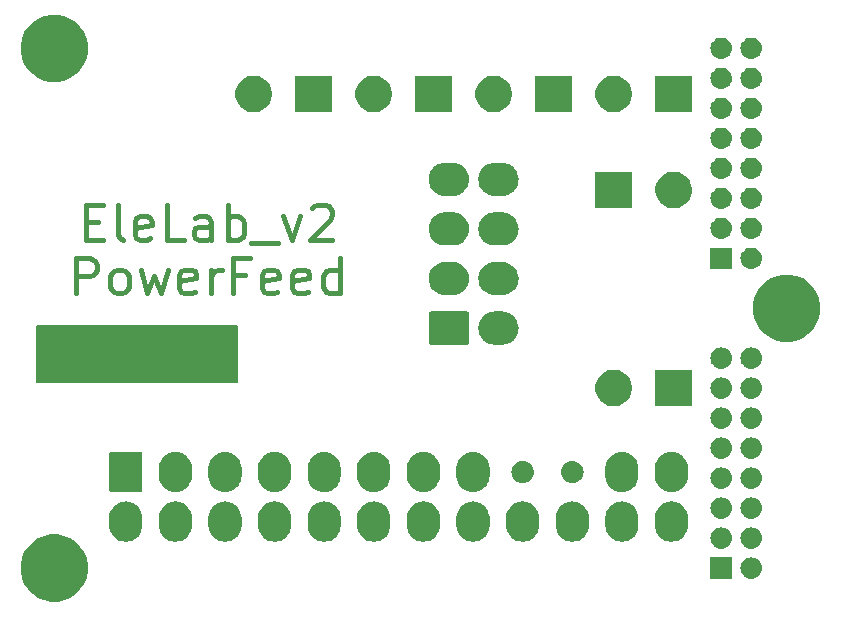
<source format=gts>
G04 #@! TF.GenerationSoftware,KiCad,Pcbnew,(5.0.2)-1*
G04 #@! TF.CreationDate,2019-10-01T18:53:06+02:00*
G04 #@! TF.ProjectId,EleLab_v2_PowerFeed,456c654c-6162-45f7-9632-5f506f776572,rev?*
G04 #@! TF.SameCoordinates,Original*
G04 #@! TF.FileFunction,Soldermask,Top*
G04 #@! TF.FilePolarity,Negative*
%FSLAX46Y46*%
G04 Gerber Fmt 4.6, Leading zero omitted, Abs format (unit mm)*
G04 Created by KiCad (PCBNEW (5.0.2)-1) date 01/10/2019 18:53:06*
%MOMM*%
%LPD*%
G01*
G04 APERTURE LIST*
%ADD10C,0.400000*%
%ADD11C,0.150000*%
%ADD12C,0.100000*%
G04 APERTURE END LIST*
D10*
X136881142Y-103735142D02*
X136881142Y-100735142D01*
X138024000Y-100735142D01*
X138309714Y-100878000D01*
X138452571Y-101020857D01*
X138595428Y-101306571D01*
X138595428Y-101735142D01*
X138452571Y-102020857D01*
X138309714Y-102163714D01*
X138024000Y-102306571D01*
X136881142Y-102306571D01*
X140309714Y-103735142D02*
X140024000Y-103592285D01*
X139881142Y-103449428D01*
X139738285Y-103163714D01*
X139738285Y-102306571D01*
X139881142Y-102020857D01*
X140024000Y-101878000D01*
X140309714Y-101735142D01*
X140738285Y-101735142D01*
X141024000Y-101878000D01*
X141166857Y-102020857D01*
X141309714Y-102306571D01*
X141309714Y-103163714D01*
X141166857Y-103449428D01*
X141024000Y-103592285D01*
X140738285Y-103735142D01*
X140309714Y-103735142D01*
X142309714Y-101735142D02*
X142881142Y-103735142D01*
X143452571Y-102306571D01*
X144024000Y-103735142D01*
X144595428Y-101735142D01*
X146881142Y-103592285D02*
X146595428Y-103735142D01*
X146024000Y-103735142D01*
X145738285Y-103592285D01*
X145595428Y-103306571D01*
X145595428Y-102163714D01*
X145738285Y-101878000D01*
X146024000Y-101735142D01*
X146595428Y-101735142D01*
X146881142Y-101878000D01*
X147024000Y-102163714D01*
X147024000Y-102449428D01*
X145595428Y-102735142D01*
X148309714Y-103735142D02*
X148309714Y-101735142D01*
X148309714Y-102306571D02*
X148452571Y-102020857D01*
X148595428Y-101878000D01*
X148881142Y-101735142D01*
X149166857Y-101735142D01*
X151166857Y-102163714D02*
X150166857Y-102163714D01*
X150166857Y-103735142D02*
X150166857Y-100735142D01*
X151595428Y-100735142D01*
X153881142Y-103592285D02*
X153595428Y-103735142D01*
X153024000Y-103735142D01*
X152738285Y-103592285D01*
X152595428Y-103306571D01*
X152595428Y-102163714D01*
X152738285Y-101878000D01*
X153024000Y-101735142D01*
X153595428Y-101735142D01*
X153881142Y-101878000D01*
X154024000Y-102163714D01*
X154024000Y-102449428D01*
X152595428Y-102735142D01*
X156452571Y-103592285D02*
X156166857Y-103735142D01*
X155595428Y-103735142D01*
X155309714Y-103592285D01*
X155166857Y-103306571D01*
X155166857Y-102163714D01*
X155309714Y-101878000D01*
X155595428Y-101735142D01*
X156166857Y-101735142D01*
X156452571Y-101878000D01*
X156595428Y-102163714D01*
X156595428Y-102449428D01*
X155166857Y-102735142D01*
X159166857Y-103735142D02*
X159166857Y-100735142D01*
X159166857Y-103592285D02*
X158881142Y-103735142D01*
X158309714Y-103735142D01*
X158024000Y-103592285D01*
X157881142Y-103449428D01*
X157738285Y-103163714D01*
X157738285Y-102306571D01*
X157881142Y-102020857D01*
X158024000Y-101878000D01*
X158309714Y-101735142D01*
X158881142Y-101735142D01*
X159166857Y-101878000D01*
X137666857Y-97663714D02*
X138666857Y-97663714D01*
X139095428Y-99235142D02*
X137666857Y-99235142D01*
X137666857Y-96235142D01*
X139095428Y-96235142D01*
X140809714Y-99235142D02*
X140524000Y-99092285D01*
X140381142Y-98806571D01*
X140381142Y-96235142D01*
X143095428Y-99092285D02*
X142809714Y-99235142D01*
X142238285Y-99235142D01*
X141952571Y-99092285D01*
X141809714Y-98806571D01*
X141809714Y-97663714D01*
X141952571Y-97378000D01*
X142238285Y-97235142D01*
X142809714Y-97235142D01*
X143095428Y-97378000D01*
X143238285Y-97663714D01*
X143238285Y-97949428D01*
X141809714Y-98235142D01*
X145952571Y-99235142D02*
X144524000Y-99235142D01*
X144524000Y-96235142D01*
X148238285Y-99235142D02*
X148238285Y-97663714D01*
X148095428Y-97378000D01*
X147809714Y-97235142D01*
X147238285Y-97235142D01*
X146952571Y-97378000D01*
X148238285Y-99092285D02*
X147952571Y-99235142D01*
X147238285Y-99235142D01*
X146952571Y-99092285D01*
X146809714Y-98806571D01*
X146809714Y-98520857D01*
X146952571Y-98235142D01*
X147238285Y-98092285D01*
X147952571Y-98092285D01*
X148238285Y-97949428D01*
X149666857Y-99235142D02*
X149666857Y-96235142D01*
X149666857Y-97378000D02*
X149952571Y-97235142D01*
X150524000Y-97235142D01*
X150809714Y-97378000D01*
X150952571Y-97520857D01*
X151095428Y-97806571D01*
X151095428Y-98663714D01*
X150952571Y-98949428D01*
X150809714Y-99092285D01*
X150524000Y-99235142D01*
X149952571Y-99235142D01*
X149666857Y-99092285D01*
X151666857Y-99520857D02*
X153952571Y-99520857D01*
X154381142Y-97235142D02*
X155095428Y-99235142D01*
X155809714Y-97235142D01*
X156809714Y-96520857D02*
X156952571Y-96378000D01*
X157238285Y-96235142D01*
X157952571Y-96235142D01*
X158238285Y-96378000D01*
X158381142Y-96520857D01*
X158524000Y-96806571D01*
X158524000Y-97092285D01*
X158381142Y-97520857D01*
X156666857Y-99235142D01*
X158524000Y-99235142D01*
D11*
G04 #@! TO.C,LO_1*
G36*
X133522800Y-111238400D02*
X150490000Y-111238400D01*
X150490000Y-106514000D01*
X133522800Y-106514000D01*
X133522800Y-111238400D01*
G37*
X133522800Y-111238400D02*
X150490000Y-111238400D01*
X150490000Y-106514000D01*
X133522800Y-106514000D01*
X133522800Y-111238400D01*
D12*
G36*
X135831312Y-124259523D02*
X136349982Y-124474363D01*
X136816772Y-124786262D01*
X137213738Y-125183228D01*
X137525637Y-125650018D01*
X137740477Y-126168688D01*
X137850000Y-126719298D01*
X137850000Y-127280702D01*
X137740477Y-127831312D01*
X137525637Y-128349982D01*
X137213738Y-128816772D01*
X136816772Y-129213738D01*
X136349982Y-129525637D01*
X135831312Y-129740477D01*
X135280702Y-129850000D01*
X134719298Y-129850000D01*
X134168688Y-129740477D01*
X133650018Y-129525637D01*
X133183228Y-129213738D01*
X132786262Y-128816772D01*
X132474363Y-128349982D01*
X132259523Y-127831312D01*
X132150000Y-127280702D01*
X132150000Y-126719298D01*
X132259523Y-126168688D01*
X132474363Y-125650018D01*
X132786262Y-125183228D01*
X133183228Y-124786262D01*
X133650018Y-124474363D01*
X134168688Y-124259523D01*
X134719298Y-124150000D01*
X135280702Y-124150000D01*
X135831312Y-124259523D01*
X135831312Y-124259523D01*
G37*
G36*
X194110443Y-126105519D02*
X194176627Y-126112037D01*
X194289853Y-126146384D01*
X194346467Y-126163557D01*
X194485087Y-126237652D01*
X194502991Y-126247222D01*
X194538729Y-126276552D01*
X194640186Y-126359814D01*
X194723448Y-126461271D01*
X194752778Y-126497009D01*
X194752779Y-126497011D01*
X194836443Y-126653533D01*
X194836443Y-126653534D01*
X194887963Y-126823373D01*
X194905359Y-127000000D01*
X194887963Y-127176627D01*
X194856393Y-127280701D01*
X194836443Y-127346467D01*
X194762348Y-127485087D01*
X194752778Y-127502991D01*
X194723448Y-127538729D01*
X194640186Y-127640186D01*
X194538729Y-127723448D01*
X194502991Y-127752778D01*
X194502989Y-127752779D01*
X194346467Y-127836443D01*
X194289853Y-127853616D01*
X194176627Y-127887963D01*
X194110442Y-127894482D01*
X194044260Y-127901000D01*
X193955740Y-127901000D01*
X193889558Y-127894482D01*
X193823373Y-127887963D01*
X193710147Y-127853616D01*
X193653533Y-127836443D01*
X193497011Y-127752779D01*
X193497009Y-127752778D01*
X193461271Y-127723448D01*
X193359814Y-127640186D01*
X193276552Y-127538729D01*
X193247222Y-127502991D01*
X193237652Y-127485087D01*
X193163557Y-127346467D01*
X193143607Y-127280701D01*
X193112037Y-127176627D01*
X193094641Y-127000000D01*
X193112037Y-126823373D01*
X193163557Y-126653534D01*
X193163557Y-126653533D01*
X193247221Y-126497011D01*
X193247222Y-126497009D01*
X193276552Y-126461271D01*
X193359814Y-126359814D01*
X193461271Y-126276552D01*
X193497009Y-126247222D01*
X193514913Y-126237652D01*
X193653533Y-126163557D01*
X193710147Y-126146384D01*
X193823373Y-126112037D01*
X193889557Y-126105519D01*
X193955740Y-126099000D01*
X194044260Y-126099000D01*
X194110443Y-126105519D01*
X194110443Y-126105519D01*
G37*
G36*
X192361000Y-127901000D02*
X190559000Y-127901000D01*
X190559000Y-126099000D01*
X192361000Y-126099000D01*
X192361000Y-127901000D01*
X192361000Y-127901000D01*
G37*
G36*
X194110442Y-123565518D02*
X194176627Y-123572037D01*
X194289853Y-123606384D01*
X194346467Y-123623557D01*
X194485087Y-123697652D01*
X194502991Y-123707222D01*
X194538729Y-123736552D01*
X194640186Y-123819814D01*
X194714800Y-123910733D01*
X194752778Y-123957009D01*
X194752779Y-123957011D01*
X194836443Y-124113533D01*
X194836443Y-124113534D01*
X194887963Y-124283373D01*
X194905359Y-124460000D01*
X194887963Y-124636627D01*
X194853616Y-124749853D01*
X194836443Y-124806467D01*
X194762348Y-124945087D01*
X194752778Y-124962991D01*
X194723448Y-124998729D01*
X194640186Y-125100186D01*
X194538998Y-125183228D01*
X194502991Y-125212778D01*
X194502989Y-125212779D01*
X194346467Y-125296443D01*
X194289853Y-125313616D01*
X194176627Y-125347963D01*
X194110442Y-125354482D01*
X194044260Y-125361000D01*
X193955740Y-125361000D01*
X193889558Y-125354482D01*
X193823373Y-125347963D01*
X193710147Y-125313616D01*
X193653533Y-125296443D01*
X193497011Y-125212779D01*
X193497009Y-125212778D01*
X193461002Y-125183228D01*
X193359814Y-125100186D01*
X193276552Y-124998729D01*
X193247222Y-124962991D01*
X193237652Y-124945087D01*
X193163557Y-124806467D01*
X193146384Y-124749853D01*
X193112037Y-124636627D01*
X193094641Y-124460000D01*
X193112037Y-124283373D01*
X193163557Y-124113534D01*
X193163557Y-124113533D01*
X193247221Y-123957011D01*
X193247222Y-123957009D01*
X193285200Y-123910733D01*
X193359814Y-123819814D01*
X193461271Y-123736552D01*
X193497009Y-123707222D01*
X193514913Y-123697652D01*
X193653533Y-123623557D01*
X193710147Y-123606384D01*
X193823373Y-123572037D01*
X193889558Y-123565518D01*
X193955740Y-123559000D01*
X194044260Y-123559000D01*
X194110442Y-123565518D01*
X194110442Y-123565518D01*
G37*
G36*
X191570442Y-123565518D02*
X191636627Y-123572037D01*
X191749853Y-123606384D01*
X191806467Y-123623557D01*
X191945087Y-123697652D01*
X191962991Y-123707222D01*
X191998729Y-123736552D01*
X192100186Y-123819814D01*
X192174800Y-123910733D01*
X192212778Y-123957009D01*
X192212779Y-123957011D01*
X192296443Y-124113533D01*
X192296443Y-124113534D01*
X192347963Y-124283373D01*
X192365359Y-124460000D01*
X192347963Y-124636627D01*
X192313616Y-124749853D01*
X192296443Y-124806467D01*
X192222348Y-124945087D01*
X192212778Y-124962991D01*
X192183448Y-124998729D01*
X192100186Y-125100186D01*
X191998998Y-125183228D01*
X191962991Y-125212778D01*
X191962989Y-125212779D01*
X191806467Y-125296443D01*
X191749853Y-125313616D01*
X191636627Y-125347963D01*
X191570442Y-125354482D01*
X191504260Y-125361000D01*
X191415740Y-125361000D01*
X191349558Y-125354482D01*
X191283373Y-125347963D01*
X191170147Y-125313616D01*
X191113533Y-125296443D01*
X190957011Y-125212779D01*
X190957009Y-125212778D01*
X190921002Y-125183228D01*
X190819814Y-125100186D01*
X190736552Y-124998729D01*
X190707222Y-124962991D01*
X190697652Y-124945087D01*
X190623557Y-124806467D01*
X190606384Y-124749853D01*
X190572037Y-124636627D01*
X190554641Y-124460000D01*
X190572037Y-124283373D01*
X190623557Y-124113534D01*
X190623557Y-124113533D01*
X190707221Y-123957011D01*
X190707222Y-123957009D01*
X190745200Y-123910733D01*
X190819814Y-123819814D01*
X190921271Y-123736552D01*
X190957009Y-123707222D01*
X190974913Y-123697652D01*
X191113533Y-123623557D01*
X191170147Y-123606384D01*
X191283373Y-123572037D01*
X191349558Y-123565518D01*
X191415740Y-123559000D01*
X191504260Y-123559000D01*
X191570442Y-123565518D01*
X191570442Y-123565518D01*
G37*
G36*
X158126643Y-121391272D02*
X158302702Y-121444679D01*
X158390733Y-121471383D01*
X158471861Y-121514747D01*
X158634119Y-121601475D01*
X158715877Y-121668573D01*
X158847450Y-121776550D01*
X158958123Y-121911407D01*
X159022525Y-121989880D01*
X159079581Y-122096625D01*
X159152617Y-122233266D01*
X159162688Y-122266466D01*
X159232728Y-122497356D01*
X159232728Y-122497358D01*
X159250006Y-122672778D01*
X159253000Y-122703182D01*
X159253000Y-123440817D01*
X159232728Y-123646643D01*
X159180197Y-123819814D01*
X159152617Y-123910734D01*
X159127882Y-123957009D01*
X159022525Y-124154120D01*
X158939521Y-124255259D01*
X158847450Y-124367450D01*
X158735259Y-124459521D01*
X158634120Y-124542525D01*
X158471862Y-124629253D01*
X158390734Y-124672617D01*
X158302703Y-124699321D01*
X158126644Y-124752728D01*
X157852000Y-124779778D01*
X157577357Y-124752728D01*
X157401298Y-124699321D01*
X157313267Y-124672617D01*
X157232139Y-124629253D01*
X157069881Y-124542525D01*
X156986826Y-124474363D01*
X156856550Y-124367450D01*
X156745877Y-124232593D01*
X156681475Y-124154120D01*
X156576118Y-123957009D01*
X156551383Y-123910734D01*
X156523803Y-123819814D01*
X156471272Y-123646644D01*
X156451000Y-123440818D01*
X156451000Y-122703183D01*
X156453995Y-122672779D01*
X156471272Y-122497359D01*
X156471272Y-122497357D01*
X156551383Y-122233268D01*
X156551383Y-122233267D01*
X156624420Y-122096625D01*
X156681475Y-121989881D01*
X156748573Y-121908123D01*
X156856550Y-121776550D01*
X156991407Y-121665877D01*
X157069880Y-121601475D01*
X157232138Y-121514747D01*
X157313266Y-121471383D01*
X157401297Y-121444679D01*
X157577356Y-121391272D01*
X157852000Y-121364222D01*
X158126643Y-121391272D01*
X158126643Y-121391272D01*
G37*
G36*
X141326643Y-121391272D02*
X141502702Y-121444679D01*
X141590733Y-121471383D01*
X141671861Y-121514747D01*
X141834119Y-121601475D01*
X141915877Y-121668573D01*
X142047450Y-121776550D01*
X142158123Y-121911407D01*
X142222525Y-121989880D01*
X142279581Y-122096625D01*
X142352617Y-122233266D01*
X142362688Y-122266466D01*
X142432728Y-122497356D01*
X142432728Y-122497358D01*
X142450006Y-122672778D01*
X142453000Y-122703182D01*
X142453000Y-123440817D01*
X142432728Y-123646643D01*
X142380197Y-123819814D01*
X142352617Y-123910734D01*
X142327882Y-123957009D01*
X142222525Y-124154120D01*
X142139521Y-124255259D01*
X142047450Y-124367450D01*
X141935259Y-124459521D01*
X141834120Y-124542525D01*
X141671862Y-124629253D01*
X141590734Y-124672617D01*
X141502703Y-124699321D01*
X141326644Y-124752728D01*
X141052000Y-124779778D01*
X140777357Y-124752728D01*
X140601298Y-124699321D01*
X140513267Y-124672617D01*
X140432139Y-124629253D01*
X140269881Y-124542525D01*
X140186826Y-124474363D01*
X140056550Y-124367450D01*
X139945877Y-124232593D01*
X139881475Y-124154120D01*
X139776118Y-123957009D01*
X139751383Y-123910734D01*
X139723803Y-123819814D01*
X139671272Y-123646644D01*
X139651000Y-123440818D01*
X139651000Y-122703183D01*
X139653995Y-122672779D01*
X139671272Y-122497359D01*
X139671272Y-122497357D01*
X139751383Y-122233268D01*
X139751383Y-122233267D01*
X139824420Y-122096625D01*
X139881475Y-121989881D01*
X139948573Y-121908123D01*
X140056550Y-121776550D01*
X140191407Y-121665877D01*
X140269880Y-121601475D01*
X140432138Y-121514747D01*
X140513266Y-121471383D01*
X140601297Y-121444679D01*
X140777356Y-121391272D01*
X141052000Y-121364222D01*
X141326643Y-121391272D01*
X141326643Y-121391272D01*
G37*
G36*
X149726643Y-121391272D02*
X149902702Y-121444679D01*
X149990733Y-121471383D01*
X150071861Y-121514747D01*
X150234119Y-121601475D01*
X150315877Y-121668573D01*
X150447450Y-121776550D01*
X150558123Y-121911407D01*
X150622525Y-121989880D01*
X150679581Y-122096625D01*
X150752617Y-122233266D01*
X150762688Y-122266466D01*
X150832728Y-122497356D01*
X150832728Y-122497358D01*
X150850006Y-122672778D01*
X150853000Y-122703182D01*
X150853000Y-123440817D01*
X150832728Y-123646643D01*
X150780197Y-123819814D01*
X150752617Y-123910734D01*
X150727882Y-123957009D01*
X150622525Y-124154120D01*
X150539521Y-124255259D01*
X150447450Y-124367450D01*
X150335259Y-124459521D01*
X150234120Y-124542525D01*
X150071862Y-124629253D01*
X149990734Y-124672617D01*
X149902703Y-124699321D01*
X149726644Y-124752728D01*
X149452000Y-124779778D01*
X149177357Y-124752728D01*
X149001298Y-124699321D01*
X148913267Y-124672617D01*
X148832139Y-124629253D01*
X148669881Y-124542525D01*
X148586826Y-124474363D01*
X148456550Y-124367450D01*
X148345877Y-124232593D01*
X148281475Y-124154120D01*
X148176118Y-123957009D01*
X148151383Y-123910734D01*
X148123803Y-123819814D01*
X148071272Y-123646644D01*
X148051000Y-123440818D01*
X148051000Y-122703183D01*
X148053995Y-122672779D01*
X148071272Y-122497359D01*
X148071272Y-122497357D01*
X148151383Y-122233268D01*
X148151383Y-122233267D01*
X148224420Y-122096625D01*
X148281475Y-121989881D01*
X148348573Y-121908123D01*
X148456550Y-121776550D01*
X148591407Y-121665877D01*
X148669880Y-121601475D01*
X148832138Y-121514747D01*
X148913266Y-121471383D01*
X149001297Y-121444679D01*
X149177356Y-121391272D01*
X149452000Y-121364222D01*
X149726643Y-121391272D01*
X149726643Y-121391272D01*
G37*
G36*
X153926643Y-121391272D02*
X154102702Y-121444679D01*
X154190733Y-121471383D01*
X154271861Y-121514747D01*
X154434119Y-121601475D01*
X154515877Y-121668573D01*
X154647450Y-121776550D01*
X154758123Y-121911407D01*
X154822525Y-121989880D01*
X154879581Y-122096625D01*
X154952617Y-122233266D01*
X154962688Y-122266466D01*
X155032728Y-122497356D01*
X155032728Y-122497358D01*
X155050006Y-122672778D01*
X155053000Y-122703182D01*
X155053000Y-123440817D01*
X155032728Y-123646643D01*
X154980197Y-123819814D01*
X154952617Y-123910734D01*
X154927882Y-123957009D01*
X154822525Y-124154120D01*
X154739521Y-124255259D01*
X154647450Y-124367450D01*
X154535259Y-124459521D01*
X154434120Y-124542525D01*
X154271862Y-124629253D01*
X154190734Y-124672617D01*
X154102703Y-124699321D01*
X153926644Y-124752728D01*
X153652000Y-124779778D01*
X153377357Y-124752728D01*
X153201298Y-124699321D01*
X153113267Y-124672617D01*
X153032139Y-124629253D01*
X152869881Y-124542525D01*
X152786826Y-124474363D01*
X152656550Y-124367450D01*
X152545877Y-124232593D01*
X152481475Y-124154120D01*
X152376118Y-123957009D01*
X152351383Y-123910734D01*
X152323803Y-123819814D01*
X152271272Y-123646644D01*
X152251000Y-123440818D01*
X152251000Y-122703183D01*
X152253995Y-122672779D01*
X152271272Y-122497359D01*
X152271272Y-122497357D01*
X152351383Y-122233268D01*
X152351383Y-122233267D01*
X152424420Y-122096625D01*
X152481475Y-121989881D01*
X152548573Y-121908123D01*
X152656550Y-121776550D01*
X152791407Y-121665877D01*
X152869880Y-121601475D01*
X153032138Y-121514747D01*
X153113266Y-121471383D01*
X153201297Y-121444679D01*
X153377356Y-121391272D01*
X153652000Y-121364222D01*
X153926643Y-121391272D01*
X153926643Y-121391272D01*
G37*
G36*
X162326643Y-121391272D02*
X162502702Y-121444679D01*
X162590733Y-121471383D01*
X162671861Y-121514747D01*
X162834119Y-121601475D01*
X162915877Y-121668573D01*
X163047450Y-121776550D01*
X163158123Y-121911407D01*
X163222525Y-121989880D01*
X163279581Y-122096625D01*
X163352617Y-122233266D01*
X163362688Y-122266466D01*
X163432728Y-122497356D01*
X163432728Y-122497358D01*
X163450006Y-122672778D01*
X163453000Y-122703182D01*
X163453000Y-123440817D01*
X163432728Y-123646643D01*
X163380197Y-123819814D01*
X163352617Y-123910734D01*
X163327882Y-123957009D01*
X163222525Y-124154120D01*
X163139521Y-124255259D01*
X163047450Y-124367450D01*
X162935259Y-124459521D01*
X162834120Y-124542525D01*
X162671862Y-124629253D01*
X162590734Y-124672617D01*
X162502703Y-124699321D01*
X162326644Y-124752728D01*
X162052000Y-124779778D01*
X161777357Y-124752728D01*
X161601298Y-124699321D01*
X161513267Y-124672617D01*
X161432139Y-124629253D01*
X161269881Y-124542525D01*
X161186826Y-124474363D01*
X161056550Y-124367450D01*
X160945877Y-124232593D01*
X160881475Y-124154120D01*
X160776118Y-123957009D01*
X160751383Y-123910734D01*
X160723803Y-123819814D01*
X160671272Y-123646644D01*
X160651000Y-123440818D01*
X160651000Y-122703183D01*
X160653995Y-122672779D01*
X160671272Y-122497359D01*
X160671272Y-122497357D01*
X160751383Y-122233268D01*
X160751383Y-122233267D01*
X160824420Y-122096625D01*
X160881475Y-121989881D01*
X160948573Y-121908123D01*
X161056550Y-121776550D01*
X161191407Y-121665877D01*
X161269880Y-121601475D01*
X161432138Y-121514747D01*
X161513266Y-121471383D01*
X161601297Y-121444679D01*
X161777356Y-121391272D01*
X162052000Y-121364222D01*
X162326643Y-121391272D01*
X162326643Y-121391272D01*
G37*
G36*
X166526643Y-121391272D02*
X166702702Y-121444679D01*
X166790733Y-121471383D01*
X166871861Y-121514747D01*
X167034119Y-121601475D01*
X167115877Y-121668573D01*
X167247450Y-121776550D01*
X167358123Y-121911407D01*
X167422525Y-121989880D01*
X167479581Y-122096625D01*
X167552617Y-122233266D01*
X167562688Y-122266466D01*
X167632728Y-122497356D01*
X167632728Y-122497358D01*
X167650006Y-122672778D01*
X167653000Y-122703182D01*
X167653000Y-123440817D01*
X167632728Y-123646643D01*
X167580197Y-123819814D01*
X167552617Y-123910734D01*
X167527882Y-123957009D01*
X167422525Y-124154120D01*
X167339521Y-124255259D01*
X167247450Y-124367450D01*
X167135259Y-124459521D01*
X167034120Y-124542525D01*
X166871862Y-124629253D01*
X166790734Y-124672617D01*
X166702703Y-124699321D01*
X166526644Y-124752728D01*
X166252000Y-124779778D01*
X165977357Y-124752728D01*
X165801298Y-124699321D01*
X165713267Y-124672617D01*
X165632139Y-124629253D01*
X165469881Y-124542525D01*
X165386826Y-124474363D01*
X165256550Y-124367450D01*
X165145877Y-124232593D01*
X165081475Y-124154120D01*
X164976118Y-123957009D01*
X164951383Y-123910734D01*
X164923803Y-123819814D01*
X164871272Y-123646644D01*
X164851000Y-123440818D01*
X164851000Y-122703183D01*
X164853995Y-122672779D01*
X164871272Y-122497359D01*
X164871272Y-122497357D01*
X164951383Y-122233268D01*
X164951383Y-122233267D01*
X165024420Y-122096625D01*
X165081475Y-121989881D01*
X165148573Y-121908123D01*
X165256550Y-121776550D01*
X165391407Y-121665877D01*
X165469880Y-121601475D01*
X165632138Y-121514747D01*
X165713266Y-121471383D01*
X165801297Y-121444679D01*
X165977356Y-121391272D01*
X166252000Y-121364222D01*
X166526643Y-121391272D01*
X166526643Y-121391272D01*
G37*
G36*
X170726643Y-121391272D02*
X170902702Y-121444679D01*
X170990733Y-121471383D01*
X171071861Y-121514747D01*
X171234119Y-121601475D01*
X171315877Y-121668573D01*
X171447450Y-121776550D01*
X171558123Y-121911407D01*
X171622525Y-121989880D01*
X171679581Y-122096625D01*
X171752617Y-122233266D01*
X171762688Y-122266466D01*
X171832728Y-122497356D01*
X171832728Y-122497358D01*
X171850006Y-122672778D01*
X171853000Y-122703182D01*
X171853000Y-123440817D01*
X171832728Y-123646643D01*
X171780197Y-123819814D01*
X171752617Y-123910734D01*
X171727882Y-123957009D01*
X171622525Y-124154120D01*
X171539521Y-124255259D01*
X171447450Y-124367450D01*
X171335259Y-124459521D01*
X171234120Y-124542525D01*
X171071862Y-124629253D01*
X170990734Y-124672617D01*
X170902703Y-124699321D01*
X170726644Y-124752728D01*
X170452000Y-124779778D01*
X170177357Y-124752728D01*
X170001298Y-124699321D01*
X169913267Y-124672617D01*
X169832139Y-124629253D01*
X169669881Y-124542525D01*
X169586826Y-124474363D01*
X169456550Y-124367450D01*
X169345877Y-124232593D01*
X169281475Y-124154120D01*
X169176118Y-123957009D01*
X169151383Y-123910734D01*
X169123803Y-123819814D01*
X169071272Y-123646644D01*
X169051000Y-123440818D01*
X169051000Y-122703183D01*
X169053995Y-122672779D01*
X169071272Y-122497359D01*
X169071272Y-122497357D01*
X169151383Y-122233268D01*
X169151383Y-122233267D01*
X169224420Y-122096625D01*
X169281475Y-121989881D01*
X169348573Y-121908123D01*
X169456550Y-121776550D01*
X169591407Y-121665877D01*
X169669880Y-121601475D01*
X169832138Y-121514747D01*
X169913266Y-121471383D01*
X170001297Y-121444679D01*
X170177356Y-121391272D01*
X170452000Y-121364222D01*
X170726643Y-121391272D01*
X170726643Y-121391272D01*
G37*
G36*
X145526643Y-121391272D02*
X145702702Y-121444679D01*
X145790733Y-121471383D01*
X145871861Y-121514747D01*
X146034119Y-121601475D01*
X146115877Y-121668573D01*
X146247450Y-121776550D01*
X146358123Y-121911407D01*
X146422525Y-121989880D01*
X146479581Y-122096625D01*
X146552617Y-122233266D01*
X146562688Y-122266466D01*
X146632728Y-122497356D01*
X146632728Y-122497358D01*
X146650006Y-122672778D01*
X146653000Y-122703182D01*
X146653000Y-123440817D01*
X146632728Y-123646643D01*
X146580197Y-123819814D01*
X146552617Y-123910734D01*
X146527882Y-123957009D01*
X146422525Y-124154120D01*
X146339521Y-124255259D01*
X146247450Y-124367450D01*
X146135259Y-124459521D01*
X146034120Y-124542525D01*
X145871862Y-124629253D01*
X145790734Y-124672617D01*
X145702703Y-124699321D01*
X145526644Y-124752728D01*
X145252000Y-124779778D01*
X144977357Y-124752728D01*
X144801298Y-124699321D01*
X144713267Y-124672617D01*
X144632139Y-124629253D01*
X144469881Y-124542525D01*
X144386826Y-124474363D01*
X144256550Y-124367450D01*
X144145877Y-124232593D01*
X144081475Y-124154120D01*
X143976118Y-123957009D01*
X143951383Y-123910734D01*
X143923803Y-123819814D01*
X143871272Y-123646644D01*
X143851000Y-123440818D01*
X143851000Y-122703183D01*
X143853995Y-122672779D01*
X143871272Y-122497359D01*
X143871272Y-122497357D01*
X143951383Y-122233268D01*
X143951383Y-122233267D01*
X144024420Y-122096625D01*
X144081475Y-121989881D01*
X144148573Y-121908123D01*
X144256550Y-121776550D01*
X144391407Y-121665877D01*
X144469880Y-121601475D01*
X144632138Y-121514747D01*
X144713266Y-121471383D01*
X144801297Y-121444679D01*
X144977356Y-121391272D01*
X145252000Y-121364222D01*
X145526643Y-121391272D01*
X145526643Y-121391272D01*
G37*
G36*
X179126643Y-121391272D02*
X179302702Y-121444679D01*
X179390733Y-121471383D01*
X179471861Y-121514747D01*
X179634119Y-121601475D01*
X179715877Y-121668573D01*
X179847450Y-121776550D01*
X179958123Y-121911407D01*
X180022525Y-121989880D01*
X180079581Y-122096625D01*
X180152617Y-122233266D01*
X180162688Y-122266466D01*
X180232728Y-122497356D01*
X180232728Y-122497358D01*
X180250006Y-122672778D01*
X180253000Y-122703182D01*
X180253000Y-123440817D01*
X180232728Y-123646643D01*
X180180197Y-123819814D01*
X180152617Y-123910734D01*
X180127882Y-123957009D01*
X180022525Y-124154120D01*
X179939521Y-124255259D01*
X179847450Y-124367450D01*
X179735259Y-124459521D01*
X179634120Y-124542525D01*
X179471862Y-124629253D01*
X179390734Y-124672617D01*
X179302703Y-124699321D01*
X179126644Y-124752728D01*
X178852000Y-124779778D01*
X178577357Y-124752728D01*
X178401298Y-124699321D01*
X178313267Y-124672617D01*
X178232139Y-124629253D01*
X178069881Y-124542525D01*
X177986826Y-124474363D01*
X177856550Y-124367450D01*
X177745877Y-124232593D01*
X177681475Y-124154120D01*
X177576118Y-123957009D01*
X177551383Y-123910734D01*
X177523803Y-123819814D01*
X177471272Y-123646644D01*
X177451000Y-123440818D01*
X177451000Y-122703183D01*
X177453995Y-122672779D01*
X177471272Y-122497359D01*
X177471272Y-122497357D01*
X177551383Y-122233268D01*
X177551383Y-122233267D01*
X177624420Y-122096625D01*
X177681475Y-121989881D01*
X177748573Y-121908123D01*
X177856550Y-121776550D01*
X177991407Y-121665877D01*
X178069880Y-121601475D01*
X178232138Y-121514747D01*
X178313266Y-121471383D01*
X178401297Y-121444679D01*
X178577356Y-121391272D01*
X178852000Y-121364222D01*
X179126643Y-121391272D01*
X179126643Y-121391272D01*
G37*
G36*
X183326643Y-121391272D02*
X183502702Y-121444679D01*
X183590733Y-121471383D01*
X183671861Y-121514747D01*
X183834119Y-121601475D01*
X183915877Y-121668573D01*
X184047450Y-121776550D01*
X184158123Y-121911407D01*
X184222525Y-121989880D01*
X184279581Y-122096625D01*
X184352617Y-122233266D01*
X184362688Y-122266466D01*
X184432728Y-122497356D01*
X184432728Y-122497358D01*
X184450006Y-122672778D01*
X184453000Y-122703182D01*
X184453000Y-123440817D01*
X184432728Y-123646643D01*
X184380197Y-123819814D01*
X184352617Y-123910734D01*
X184327882Y-123957009D01*
X184222525Y-124154120D01*
X184139521Y-124255259D01*
X184047450Y-124367450D01*
X183935259Y-124459521D01*
X183834120Y-124542525D01*
X183671862Y-124629253D01*
X183590734Y-124672617D01*
X183502703Y-124699321D01*
X183326644Y-124752728D01*
X183052000Y-124779778D01*
X182777357Y-124752728D01*
X182601298Y-124699321D01*
X182513267Y-124672617D01*
X182432139Y-124629253D01*
X182269881Y-124542525D01*
X182186826Y-124474363D01*
X182056550Y-124367450D01*
X181945877Y-124232593D01*
X181881475Y-124154120D01*
X181776118Y-123957009D01*
X181751383Y-123910734D01*
X181723803Y-123819814D01*
X181671272Y-123646644D01*
X181651000Y-123440818D01*
X181651000Y-122703183D01*
X181653995Y-122672779D01*
X181671272Y-122497359D01*
X181671272Y-122497357D01*
X181751383Y-122233268D01*
X181751383Y-122233267D01*
X181824420Y-122096625D01*
X181881475Y-121989881D01*
X181948573Y-121908123D01*
X182056550Y-121776550D01*
X182191407Y-121665877D01*
X182269880Y-121601475D01*
X182432138Y-121514747D01*
X182513266Y-121471383D01*
X182601297Y-121444679D01*
X182777356Y-121391272D01*
X183052000Y-121364222D01*
X183326643Y-121391272D01*
X183326643Y-121391272D01*
G37*
G36*
X187526643Y-121391272D02*
X187702702Y-121444679D01*
X187790733Y-121471383D01*
X187871861Y-121514747D01*
X188034119Y-121601475D01*
X188115877Y-121668573D01*
X188247450Y-121776550D01*
X188358123Y-121911407D01*
X188422525Y-121989880D01*
X188479581Y-122096625D01*
X188552617Y-122233266D01*
X188562688Y-122266466D01*
X188632728Y-122497356D01*
X188632728Y-122497358D01*
X188650006Y-122672778D01*
X188653000Y-122703182D01*
X188653000Y-123440817D01*
X188632728Y-123646643D01*
X188580197Y-123819814D01*
X188552617Y-123910734D01*
X188527882Y-123957009D01*
X188422525Y-124154120D01*
X188339521Y-124255259D01*
X188247450Y-124367450D01*
X188135259Y-124459521D01*
X188034120Y-124542525D01*
X187871862Y-124629253D01*
X187790734Y-124672617D01*
X187702703Y-124699321D01*
X187526644Y-124752728D01*
X187252000Y-124779778D01*
X186977357Y-124752728D01*
X186801298Y-124699321D01*
X186713267Y-124672617D01*
X186632139Y-124629253D01*
X186469881Y-124542525D01*
X186386826Y-124474363D01*
X186256550Y-124367450D01*
X186145877Y-124232593D01*
X186081475Y-124154120D01*
X185976118Y-123957009D01*
X185951383Y-123910734D01*
X185923803Y-123819814D01*
X185871272Y-123646644D01*
X185851000Y-123440818D01*
X185851000Y-122703183D01*
X185853995Y-122672779D01*
X185871272Y-122497359D01*
X185871272Y-122497357D01*
X185951383Y-122233268D01*
X185951383Y-122233267D01*
X186024420Y-122096625D01*
X186081475Y-121989881D01*
X186148573Y-121908123D01*
X186256550Y-121776550D01*
X186391407Y-121665877D01*
X186469880Y-121601475D01*
X186632138Y-121514747D01*
X186713266Y-121471383D01*
X186801297Y-121444679D01*
X186977356Y-121391272D01*
X187252000Y-121364222D01*
X187526643Y-121391272D01*
X187526643Y-121391272D01*
G37*
G36*
X174926643Y-121391272D02*
X175102702Y-121444679D01*
X175190733Y-121471383D01*
X175271861Y-121514747D01*
X175434119Y-121601475D01*
X175515877Y-121668573D01*
X175647450Y-121776550D01*
X175758123Y-121911407D01*
X175822525Y-121989880D01*
X175879581Y-122096625D01*
X175952617Y-122233266D01*
X175962688Y-122266466D01*
X176032728Y-122497356D01*
X176032728Y-122497358D01*
X176050006Y-122672778D01*
X176053000Y-122703182D01*
X176053000Y-123440817D01*
X176032728Y-123646643D01*
X175980197Y-123819814D01*
X175952617Y-123910734D01*
X175927882Y-123957009D01*
X175822525Y-124154120D01*
X175739521Y-124255259D01*
X175647450Y-124367450D01*
X175535259Y-124459521D01*
X175434120Y-124542525D01*
X175271862Y-124629253D01*
X175190734Y-124672617D01*
X175102703Y-124699321D01*
X174926644Y-124752728D01*
X174652000Y-124779778D01*
X174377357Y-124752728D01*
X174201298Y-124699321D01*
X174113267Y-124672617D01*
X174032139Y-124629253D01*
X173869881Y-124542525D01*
X173786826Y-124474363D01*
X173656550Y-124367450D01*
X173545877Y-124232593D01*
X173481475Y-124154120D01*
X173376118Y-123957009D01*
X173351383Y-123910734D01*
X173323803Y-123819814D01*
X173271272Y-123646644D01*
X173251000Y-123440818D01*
X173251000Y-122703183D01*
X173253995Y-122672779D01*
X173271272Y-122497359D01*
X173271272Y-122497357D01*
X173351383Y-122233268D01*
X173351383Y-122233267D01*
X173424420Y-122096625D01*
X173481475Y-121989881D01*
X173548573Y-121908123D01*
X173656550Y-121776550D01*
X173791407Y-121665877D01*
X173869880Y-121601475D01*
X174032138Y-121514747D01*
X174113266Y-121471383D01*
X174201297Y-121444679D01*
X174377356Y-121391272D01*
X174652000Y-121364222D01*
X174926643Y-121391272D01*
X174926643Y-121391272D01*
G37*
G36*
X194110442Y-121025518D02*
X194176627Y-121032037D01*
X194289853Y-121066384D01*
X194346467Y-121083557D01*
X194485087Y-121157652D01*
X194502991Y-121167222D01*
X194538729Y-121196552D01*
X194640186Y-121279814D01*
X194709457Y-121364222D01*
X194752778Y-121417009D01*
X194752779Y-121417011D01*
X194836443Y-121573533D01*
X194836443Y-121573534D01*
X194887963Y-121743373D01*
X194905359Y-121920000D01*
X194887963Y-122096627D01*
X194853616Y-122209853D01*
X194836443Y-122266467D01*
X194762348Y-122405087D01*
X194752778Y-122422991D01*
X194723448Y-122458729D01*
X194640186Y-122560186D01*
X194538729Y-122643448D01*
X194502991Y-122672778D01*
X194502989Y-122672779D01*
X194346467Y-122756443D01*
X194289853Y-122773616D01*
X194176627Y-122807963D01*
X194110443Y-122814481D01*
X194044260Y-122821000D01*
X193955740Y-122821000D01*
X193889557Y-122814481D01*
X193823373Y-122807963D01*
X193710147Y-122773616D01*
X193653533Y-122756443D01*
X193497011Y-122672779D01*
X193497009Y-122672778D01*
X193461271Y-122643448D01*
X193359814Y-122560186D01*
X193276552Y-122458729D01*
X193247222Y-122422991D01*
X193237652Y-122405087D01*
X193163557Y-122266467D01*
X193146384Y-122209853D01*
X193112037Y-122096627D01*
X193094641Y-121920000D01*
X193112037Y-121743373D01*
X193163557Y-121573534D01*
X193163557Y-121573533D01*
X193247221Y-121417011D01*
X193247222Y-121417009D01*
X193290543Y-121364222D01*
X193359814Y-121279814D01*
X193461271Y-121196552D01*
X193497009Y-121167222D01*
X193514913Y-121157652D01*
X193653533Y-121083557D01*
X193710147Y-121066384D01*
X193823373Y-121032037D01*
X193889558Y-121025518D01*
X193955740Y-121019000D01*
X194044260Y-121019000D01*
X194110442Y-121025518D01*
X194110442Y-121025518D01*
G37*
G36*
X191570442Y-121025518D02*
X191636627Y-121032037D01*
X191749853Y-121066384D01*
X191806467Y-121083557D01*
X191945087Y-121157652D01*
X191962991Y-121167222D01*
X191998729Y-121196552D01*
X192100186Y-121279814D01*
X192169457Y-121364222D01*
X192212778Y-121417009D01*
X192212779Y-121417011D01*
X192296443Y-121573533D01*
X192296443Y-121573534D01*
X192347963Y-121743373D01*
X192365359Y-121920000D01*
X192347963Y-122096627D01*
X192313616Y-122209853D01*
X192296443Y-122266467D01*
X192222348Y-122405087D01*
X192212778Y-122422991D01*
X192183448Y-122458729D01*
X192100186Y-122560186D01*
X191998729Y-122643448D01*
X191962991Y-122672778D01*
X191962989Y-122672779D01*
X191806467Y-122756443D01*
X191749853Y-122773616D01*
X191636627Y-122807963D01*
X191570443Y-122814481D01*
X191504260Y-122821000D01*
X191415740Y-122821000D01*
X191349557Y-122814481D01*
X191283373Y-122807963D01*
X191170147Y-122773616D01*
X191113533Y-122756443D01*
X190957011Y-122672779D01*
X190957009Y-122672778D01*
X190921271Y-122643448D01*
X190819814Y-122560186D01*
X190736552Y-122458729D01*
X190707222Y-122422991D01*
X190697652Y-122405087D01*
X190623557Y-122266467D01*
X190606384Y-122209853D01*
X190572037Y-122096627D01*
X190554641Y-121920000D01*
X190572037Y-121743373D01*
X190623557Y-121573534D01*
X190623557Y-121573533D01*
X190707221Y-121417011D01*
X190707222Y-121417009D01*
X190750543Y-121364222D01*
X190819814Y-121279814D01*
X190921271Y-121196552D01*
X190957009Y-121167222D01*
X190974913Y-121157652D01*
X191113533Y-121083557D01*
X191170147Y-121066384D01*
X191283373Y-121032037D01*
X191349558Y-121025518D01*
X191415740Y-121019000D01*
X191504260Y-121019000D01*
X191570442Y-121025518D01*
X191570442Y-121025518D01*
G37*
G36*
X162326643Y-117191272D02*
X162493619Y-117241924D01*
X162590733Y-117271383D01*
X162642335Y-117298965D01*
X162834119Y-117401475D01*
X162915877Y-117468573D01*
X163047450Y-117576550D01*
X163158123Y-117711407D01*
X163222525Y-117789880D01*
X163299964Y-117934760D01*
X163352617Y-118033266D01*
X163366019Y-118077447D01*
X163432728Y-118297356D01*
X163453000Y-118503182D01*
X163453000Y-119240817D01*
X163432728Y-119446643D01*
X163379321Y-119622703D01*
X163352617Y-119710734D01*
X163329031Y-119754860D01*
X163222525Y-119954120D01*
X163139521Y-120055259D01*
X163047450Y-120167450D01*
X162935259Y-120259521D01*
X162834120Y-120342525D01*
X162711579Y-120408024D01*
X162590734Y-120472617D01*
X162511422Y-120496676D01*
X162326644Y-120552728D01*
X162052000Y-120579778D01*
X161777357Y-120552728D01*
X161592579Y-120496676D01*
X161513267Y-120472617D01*
X161392422Y-120408024D01*
X161269881Y-120342525D01*
X161188123Y-120275427D01*
X161056550Y-120167450D01*
X160935694Y-120020185D01*
X160881475Y-119954120D01*
X160774969Y-119754860D01*
X160751383Y-119710734D01*
X160701931Y-119547712D01*
X160671272Y-119446644D01*
X160651000Y-119240818D01*
X160651000Y-118503183D01*
X160671272Y-118297357D01*
X160751383Y-118033268D01*
X160751383Y-118033267D01*
X160811391Y-117921000D01*
X160881475Y-117789881D01*
X160948573Y-117708123D01*
X161056550Y-117576550D01*
X161191407Y-117465877D01*
X161269880Y-117401475D01*
X161461664Y-117298965D01*
X161513266Y-117271383D01*
X161610380Y-117241924D01*
X161777356Y-117191272D01*
X162052000Y-117164222D01*
X162326643Y-117191272D01*
X162326643Y-117191272D01*
G37*
G36*
X187526643Y-117191272D02*
X187693619Y-117241924D01*
X187790733Y-117271383D01*
X187842335Y-117298965D01*
X188034119Y-117401475D01*
X188115877Y-117468573D01*
X188247450Y-117576550D01*
X188358123Y-117711407D01*
X188422525Y-117789880D01*
X188499964Y-117934760D01*
X188552617Y-118033266D01*
X188566019Y-118077447D01*
X188632728Y-118297356D01*
X188653000Y-118503182D01*
X188653000Y-119240817D01*
X188632728Y-119446643D01*
X188579321Y-119622703D01*
X188552617Y-119710734D01*
X188529031Y-119754860D01*
X188422525Y-119954120D01*
X188339521Y-120055259D01*
X188247450Y-120167450D01*
X188135259Y-120259521D01*
X188034120Y-120342525D01*
X187911579Y-120408024D01*
X187790734Y-120472617D01*
X187711422Y-120496676D01*
X187526644Y-120552728D01*
X187252000Y-120579778D01*
X186977357Y-120552728D01*
X186792579Y-120496676D01*
X186713267Y-120472617D01*
X186592422Y-120408024D01*
X186469881Y-120342525D01*
X186388123Y-120275427D01*
X186256550Y-120167450D01*
X186135694Y-120020185D01*
X186081475Y-119954120D01*
X185974969Y-119754860D01*
X185951383Y-119710734D01*
X185901931Y-119547712D01*
X185871272Y-119446644D01*
X185851000Y-119240818D01*
X185851000Y-118503183D01*
X185871272Y-118297357D01*
X185951383Y-118033268D01*
X185951383Y-118033267D01*
X186011391Y-117921000D01*
X186081475Y-117789881D01*
X186148573Y-117708123D01*
X186256550Y-117576550D01*
X186391407Y-117465877D01*
X186469880Y-117401475D01*
X186661664Y-117298965D01*
X186713266Y-117271383D01*
X186810380Y-117241924D01*
X186977356Y-117191272D01*
X187252000Y-117164222D01*
X187526643Y-117191272D01*
X187526643Y-117191272D01*
G37*
G36*
X145526643Y-117191272D02*
X145693619Y-117241924D01*
X145790733Y-117271383D01*
X145842335Y-117298965D01*
X146034119Y-117401475D01*
X146115877Y-117468573D01*
X146247450Y-117576550D01*
X146358123Y-117711407D01*
X146422525Y-117789880D01*
X146499964Y-117934760D01*
X146552617Y-118033266D01*
X146566019Y-118077447D01*
X146632728Y-118297356D01*
X146653000Y-118503182D01*
X146653000Y-119240817D01*
X146632728Y-119446643D01*
X146579321Y-119622703D01*
X146552617Y-119710734D01*
X146529031Y-119754860D01*
X146422525Y-119954120D01*
X146339521Y-120055259D01*
X146247450Y-120167450D01*
X146135259Y-120259521D01*
X146034120Y-120342525D01*
X145911579Y-120408024D01*
X145790734Y-120472617D01*
X145711422Y-120496676D01*
X145526644Y-120552728D01*
X145252000Y-120579778D01*
X144977357Y-120552728D01*
X144792579Y-120496676D01*
X144713267Y-120472617D01*
X144592422Y-120408024D01*
X144469881Y-120342525D01*
X144388123Y-120275427D01*
X144256550Y-120167450D01*
X144135694Y-120020185D01*
X144081475Y-119954120D01*
X143974969Y-119754860D01*
X143951383Y-119710734D01*
X143901931Y-119547712D01*
X143871272Y-119446644D01*
X143851000Y-119240818D01*
X143851000Y-118503183D01*
X143871272Y-118297357D01*
X143951383Y-118033268D01*
X143951383Y-118033267D01*
X144011391Y-117921000D01*
X144081475Y-117789881D01*
X144148573Y-117708123D01*
X144256550Y-117576550D01*
X144391407Y-117465877D01*
X144469880Y-117401475D01*
X144661664Y-117298965D01*
X144713266Y-117271383D01*
X144810380Y-117241924D01*
X144977356Y-117191272D01*
X145252000Y-117164222D01*
X145526643Y-117191272D01*
X145526643Y-117191272D01*
G37*
G36*
X149726643Y-117191272D02*
X149893619Y-117241924D01*
X149990733Y-117271383D01*
X150042335Y-117298965D01*
X150234119Y-117401475D01*
X150315877Y-117468573D01*
X150447450Y-117576550D01*
X150558123Y-117711407D01*
X150622525Y-117789880D01*
X150699964Y-117934760D01*
X150752617Y-118033266D01*
X150766019Y-118077447D01*
X150832728Y-118297356D01*
X150853000Y-118503182D01*
X150853000Y-119240817D01*
X150832728Y-119446643D01*
X150779321Y-119622703D01*
X150752617Y-119710734D01*
X150729031Y-119754860D01*
X150622525Y-119954120D01*
X150539521Y-120055259D01*
X150447450Y-120167450D01*
X150335259Y-120259521D01*
X150234120Y-120342525D01*
X150111579Y-120408024D01*
X149990734Y-120472617D01*
X149911422Y-120496676D01*
X149726644Y-120552728D01*
X149452000Y-120579778D01*
X149177357Y-120552728D01*
X148992579Y-120496676D01*
X148913267Y-120472617D01*
X148792422Y-120408024D01*
X148669881Y-120342525D01*
X148588123Y-120275427D01*
X148456550Y-120167450D01*
X148335694Y-120020185D01*
X148281475Y-119954120D01*
X148174969Y-119754860D01*
X148151383Y-119710734D01*
X148101931Y-119547712D01*
X148071272Y-119446644D01*
X148051000Y-119240818D01*
X148051000Y-118503183D01*
X148071272Y-118297357D01*
X148151383Y-118033268D01*
X148151383Y-118033267D01*
X148211391Y-117921000D01*
X148281475Y-117789881D01*
X148348573Y-117708123D01*
X148456550Y-117576550D01*
X148591407Y-117465877D01*
X148669880Y-117401475D01*
X148861664Y-117298965D01*
X148913266Y-117271383D01*
X149010380Y-117241924D01*
X149177356Y-117191272D01*
X149452000Y-117164222D01*
X149726643Y-117191272D01*
X149726643Y-117191272D01*
G37*
G36*
X153926643Y-117191272D02*
X154093619Y-117241924D01*
X154190733Y-117271383D01*
X154242335Y-117298965D01*
X154434119Y-117401475D01*
X154515877Y-117468573D01*
X154647450Y-117576550D01*
X154758123Y-117711407D01*
X154822525Y-117789880D01*
X154899964Y-117934760D01*
X154952617Y-118033266D01*
X154966019Y-118077447D01*
X155032728Y-118297356D01*
X155053000Y-118503182D01*
X155053000Y-119240817D01*
X155032728Y-119446643D01*
X154979321Y-119622703D01*
X154952617Y-119710734D01*
X154929031Y-119754860D01*
X154822525Y-119954120D01*
X154739521Y-120055259D01*
X154647450Y-120167450D01*
X154535259Y-120259521D01*
X154434120Y-120342525D01*
X154311579Y-120408024D01*
X154190734Y-120472617D01*
X154111422Y-120496676D01*
X153926644Y-120552728D01*
X153652000Y-120579778D01*
X153377357Y-120552728D01*
X153192579Y-120496676D01*
X153113267Y-120472617D01*
X152992422Y-120408024D01*
X152869881Y-120342525D01*
X152788123Y-120275427D01*
X152656550Y-120167450D01*
X152535694Y-120020185D01*
X152481475Y-119954120D01*
X152374969Y-119754860D01*
X152351383Y-119710734D01*
X152301931Y-119547712D01*
X152271272Y-119446644D01*
X152251000Y-119240818D01*
X152251000Y-118503183D01*
X152271272Y-118297357D01*
X152351383Y-118033268D01*
X152351383Y-118033267D01*
X152411391Y-117921000D01*
X152481475Y-117789881D01*
X152548573Y-117708123D01*
X152656550Y-117576550D01*
X152791407Y-117465877D01*
X152869880Y-117401475D01*
X153061664Y-117298965D01*
X153113266Y-117271383D01*
X153210380Y-117241924D01*
X153377356Y-117191272D01*
X153652000Y-117164222D01*
X153926643Y-117191272D01*
X153926643Y-117191272D01*
G37*
G36*
X170726643Y-117191272D02*
X170893619Y-117241924D01*
X170990733Y-117271383D01*
X171042335Y-117298965D01*
X171234119Y-117401475D01*
X171315877Y-117468573D01*
X171447450Y-117576550D01*
X171558123Y-117711407D01*
X171622525Y-117789880D01*
X171699964Y-117934760D01*
X171752617Y-118033266D01*
X171766019Y-118077447D01*
X171832728Y-118297356D01*
X171853000Y-118503182D01*
X171853000Y-119240817D01*
X171832728Y-119446643D01*
X171779321Y-119622703D01*
X171752617Y-119710734D01*
X171729031Y-119754860D01*
X171622525Y-119954120D01*
X171539521Y-120055259D01*
X171447450Y-120167450D01*
X171335259Y-120259521D01*
X171234120Y-120342525D01*
X171111579Y-120408024D01*
X170990734Y-120472617D01*
X170911422Y-120496676D01*
X170726644Y-120552728D01*
X170452000Y-120579778D01*
X170177357Y-120552728D01*
X169992579Y-120496676D01*
X169913267Y-120472617D01*
X169792422Y-120408024D01*
X169669881Y-120342525D01*
X169588123Y-120275427D01*
X169456550Y-120167450D01*
X169335694Y-120020185D01*
X169281475Y-119954120D01*
X169174969Y-119754860D01*
X169151383Y-119710734D01*
X169101931Y-119547712D01*
X169071272Y-119446644D01*
X169051000Y-119240818D01*
X169051000Y-118503183D01*
X169071272Y-118297357D01*
X169151383Y-118033268D01*
X169151383Y-118033267D01*
X169211391Y-117921000D01*
X169281475Y-117789881D01*
X169348573Y-117708123D01*
X169456550Y-117576550D01*
X169591407Y-117465877D01*
X169669880Y-117401475D01*
X169861664Y-117298965D01*
X169913266Y-117271383D01*
X170010380Y-117241924D01*
X170177356Y-117191272D01*
X170452000Y-117164222D01*
X170726643Y-117191272D01*
X170726643Y-117191272D01*
G37*
G36*
X183326643Y-117191272D02*
X183493619Y-117241924D01*
X183590733Y-117271383D01*
X183642335Y-117298965D01*
X183834119Y-117401475D01*
X183915877Y-117468573D01*
X184047450Y-117576550D01*
X184158123Y-117711407D01*
X184222525Y-117789880D01*
X184299964Y-117934760D01*
X184352617Y-118033266D01*
X184366019Y-118077447D01*
X184432728Y-118297356D01*
X184453000Y-118503182D01*
X184453000Y-119240817D01*
X184432728Y-119446643D01*
X184379321Y-119622703D01*
X184352617Y-119710734D01*
X184329031Y-119754860D01*
X184222525Y-119954120D01*
X184139521Y-120055259D01*
X184047450Y-120167450D01*
X183935259Y-120259521D01*
X183834120Y-120342525D01*
X183711579Y-120408024D01*
X183590734Y-120472617D01*
X183511422Y-120496676D01*
X183326644Y-120552728D01*
X183052000Y-120579778D01*
X182777357Y-120552728D01*
X182592579Y-120496676D01*
X182513267Y-120472617D01*
X182392422Y-120408024D01*
X182269881Y-120342525D01*
X182188123Y-120275427D01*
X182056550Y-120167450D01*
X181935694Y-120020185D01*
X181881475Y-119954120D01*
X181774969Y-119754860D01*
X181751383Y-119710734D01*
X181701931Y-119547712D01*
X181671272Y-119446644D01*
X181651000Y-119240818D01*
X181651000Y-118503183D01*
X181671272Y-118297357D01*
X181751383Y-118033268D01*
X181751383Y-118033267D01*
X181811391Y-117921000D01*
X181881475Y-117789881D01*
X181948573Y-117708123D01*
X182056550Y-117576550D01*
X182191407Y-117465877D01*
X182269880Y-117401475D01*
X182461664Y-117298965D01*
X182513266Y-117271383D01*
X182610380Y-117241924D01*
X182777356Y-117191272D01*
X183052000Y-117164222D01*
X183326643Y-117191272D01*
X183326643Y-117191272D01*
G37*
G36*
X166526643Y-117191272D02*
X166693619Y-117241924D01*
X166790733Y-117271383D01*
X166842335Y-117298965D01*
X167034119Y-117401475D01*
X167115877Y-117468573D01*
X167247450Y-117576550D01*
X167358123Y-117711407D01*
X167422525Y-117789880D01*
X167499964Y-117934760D01*
X167552617Y-118033266D01*
X167566019Y-118077447D01*
X167632728Y-118297356D01*
X167653000Y-118503182D01*
X167653000Y-119240817D01*
X167632728Y-119446643D01*
X167579321Y-119622703D01*
X167552617Y-119710734D01*
X167529031Y-119754860D01*
X167422525Y-119954120D01*
X167339521Y-120055259D01*
X167247450Y-120167450D01*
X167135259Y-120259521D01*
X167034120Y-120342525D01*
X166911579Y-120408024D01*
X166790734Y-120472617D01*
X166711422Y-120496676D01*
X166526644Y-120552728D01*
X166252000Y-120579778D01*
X165977357Y-120552728D01*
X165792579Y-120496676D01*
X165713267Y-120472617D01*
X165592422Y-120408024D01*
X165469881Y-120342525D01*
X165388123Y-120275427D01*
X165256550Y-120167450D01*
X165135694Y-120020185D01*
X165081475Y-119954120D01*
X164974969Y-119754860D01*
X164951383Y-119710734D01*
X164901931Y-119547712D01*
X164871272Y-119446644D01*
X164851000Y-119240818D01*
X164851000Y-118503183D01*
X164871272Y-118297357D01*
X164951383Y-118033268D01*
X164951383Y-118033267D01*
X165011391Y-117921000D01*
X165081475Y-117789881D01*
X165148573Y-117708123D01*
X165256550Y-117576550D01*
X165391407Y-117465877D01*
X165469880Y-117401475D01*
X165661664Y-117298965D01*
X165713266Y-117271383D01*
X165810380Y-117241924D01*
X165977356Y-117191272D01*
X166252000Y-117164222D01*
X166526643Y-117191272D01*
X166526643Y-117191272D01*
G37*
G36*
X158126643Y-117191272D02*
X158293619Y-117241924D01*
X158390733Y-117271383D01*
X158442335Y-117298965D01*
X158634119Y-117401475D01*
X158715877Y-117468573D01*
X158847450Y-117576550D01*
X158958123Y-117711407D01*
X159022525Y-117789880D01*
X159099964Y-117934760D01*
X159152617Y-118033266D01*
X159166019Y-118077447D01*
X159232728Y-118297356D01*
X159253000Y-118503182D01*
X159253000Y-119240817D01*
X159232728Y-119446643D01*
X159179321Y-119622703D01*
X159152617Y-119710734D01*
X159129031Y-119754860D01*
X159022525Y-119954120D01*
X158939521Y-120055259D01*
X158847450Y-120167450D01*
X158735259Y-120259521D01*
X158634120Y-120342525D01*
X158511579Y-120408024D01*
X158390734Y-120472617D01*
X158311422Y-120496676D01*
X158126644Y-120552728D01*
X157852000Y-120579778D01*
X157577357Y-120552728D01*
X157392579Y-120496676D01*
X157313267Y-120472617D01*
X157192422Y-120408024D01*
X157069881Y-120342525D01*
X156988123Y-120275427D01*
X156856550Y-120167450D01*
X156735694Y-120020185D01*
X156681475Y-119954120D01*
X156574969Y-119754860D01*
X156551383Y-119710734D01*
X156501931Y-119547712D01*
X156471272Y-119446644D01*
X156451000Y-119240818D01*
X156451000Y-118503183D01*
X156471272Y-118297357D01*
X156551383Y-118033268D01*
X156551383Y-118033267D01*
X156611391Y-117921000D01*
X156681475Y-117789881D01*
X156748573Y-117708123D01*
X156856550Y-117576550D01*
X156991407Y-117465877D01*
X157069880Y-117401475D01*
X157261664Y-117298965D01*
X157313266Y-117271383D01*
X157410380Y-117241924D01*
X157577356Y-117191272D01*
X157852000Y-117164222D01*
X158126643Y-117191272D01*
X158126643Y-117191272D01*
G37*
G36*
X142325035Y-117174645D02*
X142354712Y-117183648D01*
X142382076Y-117198274D01*
X142406050Y-117217950D01*
X142425726Y-117241924D01*
X142440352Y-117269288D01*
X142449355Y-117298965D01*
X142453000Y-117335976D01*
X142453000Y-120408024D01*
X142449355Y-120445035D01*
X142440352Y-120474712D01*
X142425726Y-120502076D01*
X142406050Y-120526050D01*
X142382076Y-120545726D01*
X142354712Y-120560352D01*
X142325035Y-120569355D01*
X142288024Y-120573000D01*
X139815976Y-120573000D01*
X139778965Y-120569355D01*
X139749288Y-120560352D01*
X139721924Y-120545726D01*
X139697950Y-120526050D01*
X139678274Y-120502076D01*
X139663648Y-120474712D01*
X139654645Y-120445035D01*
X139651000Y-120408024D01*
X139651000Y-117335976D01*
X139654645Y-117298965D01*
X139663648Y-117269288D01*
X139678274Y-117241924D01*
X139697950Y-117217950D01*
X139721924Y-117198274D01*
X139749288Y-117183648D01*
X139778965Y-117174645D01*
X139815976Y-117171000D01*
X142288024Y-117171000D01*
X142325035Y-117174645D01*
X142325035Y-117174645D01*
G37*
G36*
X191570442Y-118485518D02*
X191636627Y-118492037D01*
X191749853Y-118526384D01*
X191806467Y-118543557D01*
X191945087Y-118617652D01*
X191962991Y-118627222D01*
X191998729Y-118656552D01*
X192100186Y-118739814D01*
X192183448Y-118841271D01*
X192212778Y-118877009D01*
X192212779Y-118877011D01*
X192296443Y-119033533D01*
X192296443Y-119033534D01*
X192347963Y-119203373D01*
X192365359Y-119380000D01*
X192347963Y-119556627D01*
X192314618Y-119666552D01*
X192296443Y-119726467D01*
X192281267Y-119754859D01*
X192212778Y-119882991D01*
X192183448Y-119918729D01*
X192100186Y-120020186D01*
X191998729Y-120103448D01*
X191962991Y-120132778D01*
X191962989Y-120132779D01*
X191806467Y-120216443D01*
X191749853Y-120233616D01*
X191636627Y-120267963D01*
X191570442Y-120274482D01*
X191504260Y-120281000D01*
X191415740Y-120281000D01*
X191349558Y-120274482D01*
X191283373Y-120267963D01*
X191170147Y-120233616D01*
X191113533Y-120216443D01*
X190957011Y-120132779D01*
X190957009Y-120132778D01*
X190921271Y-120103448D01*
X190819814Y-120020186D01*
X190736552Y-119918729D01*
X190707222Y-119882991D01*
X190638733Y-119754859D01*
X190623557Y-119726467D01*
X190605382Y-119666552D01*
X190572037Y-119556627D01*
X190554641Y-119380000D01*
X190572037Y-119203373D01*
X190623557Y-119033534D01*
X190623557Y-119033533D01*
X190707221Y-118877011D01*
X190707222Y-118877009D01*
X190736552Y-118841271D01*
X190819814Y-118739814D01*
X190921271Y-118656552D01*
X190957009Y-118627222D01*
X190974913Y-118617652D01*
X191113533Y-118543557D01*
X191170147Y-118526384D01*
X191283373Y-118492037D01*
X191349558Y-118485518D01*
X191415740Y-118479000D01*
X191504260Y-118479000D01*
X191570442Y-118485518D01*
X191570442Y-118485518D01*
G37*
G36*
X194110442Y-118485518D02*
X194176627Y-118492037D01*
X194289853Y-118526384D01*
X194346467Y-118543557D01*
X194485087Y-118617652D01*
X194502991Y-118627222D01*
X194538729Y-118656552D01*
X194640186Y-118739814D01*
X194723448Y-118841271D01*
X194752778Y-118877009D01*
X194752779Y-118877011D01*
X194836443Y-119033533D01*
X194836443Y-119033534D01*
X194887963Y-119203373D01*
X194905359Y-119380000D01*
X194887963Y-119556627D01*
X194854618Y-119666552D01*
X194836443Y-119726467D01*
X194821267Y-119754859D01*
X194752778Y-119882991D01*
X194723448Y-119918729D01*
X194640186Y-120020186D01*
X194538729Y-120103448D01*
X194502991Y-120132778D01*
X194502989Y-120132779D01*
X194346467Y-120216443D01*
X194289853Y-120233616D01*
X194176627Y-120267963D01*
X194110442Y-120274482D01*
X194044260Y-120281000D01*
X193955740Y-120281000D01*
X193889558Y-120274482D01*
X193823373Y-120267963D01*
X193710147Y-120233616D01*
X193653533Y-120216443D01*
X193497011Y-120132779D01*
X193497009Y-120132778D01*
X193461271Y-120103448D01*
X193359814Y-120020186D01*
X193276552Y-119918729D01*
X193247222Y-119882991D01*
X193178733Y-119754859D01*
X193163557Y-119726467D01*
X193145382Y-119666552D01*
X193112037Y-119556627D01*
X193094641Y-119380000D01*
X193112037Y-119203373D01*
X193163557Y-119033534D01*
X193163557Y-119033533D01*
X193247221Y-118877011D01*
X193247222Y-118877009D01*
X193276552Y-118841271D01*
X193359814Y-118739814D01*
X193461271Y-118656552D01*
X193497009Y-118627222D01*
X193514913Y-118617652D01*
X193653533Y-118543557D01*
X193710147Y-118526384D01*
X193823373Y-118492037D01*
X193889558Y-118485518D01*
X193955740Y-118479000D01*
X194044260Y-118479000D01*
X194110442Y-118485518D01*
X194110442Y-118485518D01*
G37*
G36*
X174838425Y-117934760D02*
X174838428Y-117934761D01*
X174838429Y-117934761D01*
X175017693Y-117989140D01*
X175017695Y-117989141D01*
X175182905Y-118077448D01*
X175327712Y-118196288D01*
X175446552Y-118341095D01*
X175533189Y-118503180D01*
X175534860Y-118506307D01*
X175571539Y-118627222D01*
X175589240Y-118685575D01*
X175607601Y-118872000D01*
X175589240Y-119058425D01*
X175589239Y-119058428D01*
X175589239Y-119058429D01*
X175545271Y-119203373D01*
X175534859Y-119237695D01*
X175446552Y-119402905D01*
X175327712Y-119547712D01*
X175182905Y-119666552D01*
X175100247Y-119710734D01*
X175017693Y-119754860D01*
X174838429Y-119809239D01*
X174838428Y-119809239D01*
X174838425Y-119809240D01*
X174698718Y-119823000D01*
X174605282Y-119823000D01*
X174465575Y-119809240D01*
X174465572Y-119809239D01*
X174465571Y-119809239D01*
X174286307Y-119754860D01*
X174203753Y-119710734D01*
X174121095Y-119666552D01*
X173976288Y-119547712D01*
X173857448Y-119402905D01*
X173769141Y-119237695D01*
X173758730Y-119203373D01*
X173714761Y-119058429D01*
X173714761Y-119058428D01*
X173714760Y-119058425D01*
X173696399Y-118872000D01*
X173714760Y-118685575D01*
X173732461Y-118627222D01*
X173769140Y-118506307D01*
X173770811Y-118503180D01*
X173857448Y-118341095D01*
X173976288Y-118196288D01*
X174121095Y-118077448D01*
X174286305Y-117989141D01*
X174286307Y-117989140D01*
X174465571Y-117934761D01*
X174465572Y-117934761D01*
X174465575Y-117934760D01*
X174605282Y-117921000D01*
X174698718Y-117921000D01*
X174838425Y-117934760D01*
X174838425Y-117934760D01*
G37*
G36*
X179038425Y-117934760D02*
X179038428Y-117934761D01*
X179038429Y-117934761D01*
X179217693Y-117989140D01*
X179217695Y-117989141D01*
X179382905Y-118077448D01*
X179527712Y-118196288D01*
X179646552Y-118341095D01*
X179733189Y-118503180D01*
X179734860Y-118506307D01*
X179771539Y-118627222D01*
X179789240Y-118685575D01*
X179807601Y-118872000D01*
X179789240Y-119058425D01*
X179789239Y-119058428D01*
X179789239Y-119058429D01*
X179745271Y-119203373D01*
X179734859Y-119237695D01*
X179646552Y-119402905D01*
X179527712Y-119547712D01*
X179382905Y-119666552D01*
X179300247Y-119710734D01*
X179217693Y-119754860D01*
X179038429Y-119809239D01*
X179038428Y-119809239D01*
X179038425Y-119809240D01*
X178898718Y-119823000D01*
X178805282Y-119823000D01*
X178665575Y-119809240D01*
X178665572Y-119809239D01*
X178665571Y-119809239D01*
X178486307Y-119754860D01*
X178403753Y-119710734D01*
X178321095Y-119666552D01*
X178176288Y-119547712D01*
X178057448Y-119402905D01*
X177969141Y-119237695D01*
X177958730Y-119203373D01*
X177914761Y-119058429D01*
X177914761Y-119058428D01*
X177914760Y-119058425D01*
X177896399Y-118872000D01*
X177914760Y-118685575D01*
X177932461Y-118627222D01*
X177969140Y-118506307D01*
X177970811Y-118503180D01*
X178057448Y-118341095D01*
X178176288Y-118196288D01*
X178321095Y-118077448D01*
X178486305Y-117989141D01*
X178486307Y-117989140D01*
X178665571Y-117934761D01*
X178665572Y-117934761D01*
X178665575Y-117934760D01*
X178805282Y-117921000D01*
X178898718Y-117921000D01*
X179038425Y-117934760D01*
X179038425Y-117934760D01*
G37*
G36*
X191570442Y-115945518D02*
X191636627Y-115952037D01*
X191749853Y-115986384D01*
X191806467Y-116003557D01*
X191945087Y-116077652D01*
X191962991Y-116087222D01*
X191998729Y-116116552D01*
X192100186Y-116199814D01*
X192183448Y-116301271D01*
X192212778Y-116337009D01*
X192212779Y-116337011D01*
X192296443Y-116493533D01*
X192296443Y-116493534D01*
X192347963Y-116663373D01*
X192365359Y-116840000D01*
X192347963Y-117016627D01*
X192313616Y-117129853D01*
X192296443Y-117186467D01*
X192251054Y-117271383D01*
X192212778Y-117342991D01*
X192183448Y-117378729D01*
X192100186Y-117480186D01*
X191998729Y-117563448D01*
X191962991Y-117592778D01*
X191962989Y-117592779D01*
X191806467Y-117676443D01*
X191749853Y-117693616D01*
X191636627Y-117727963D01*
X191570442Y-117734482D01*
X191504260Y-117741000D01*
X191415740Y-117741000D01*
X191349558Y-117734482D01*
X191283373Y-117727963D01*
X191170147Y-117693616D01*
X191113533Y-117676443D01*
X190957011Y-117592779D01*
X190957009Y-117592778D01*
X190921271Y-117563448D01*
X190819814Y-117480186D01*
X190736552Y-117378729D01*
X190707222Y-117342991D01*
X190668946Y-117271383D01*
X190623557Y-117186467D01*
X190606384Y-117129853D01*
X190572037Y-117016627D01*
X190554641Y-116840000D01*
X190572037Y-116663373D01*
X190623557Y-116493534D01*
X190623557Y-116493533D01*
X190707221Y-116337011D01*
X190707222Y-116337009D01*
X190736552Y-116301271D01*
X190819814Y-116199814D01*
X190921271Y-116116552D01*
X190957009Y-116087222D01*
X190974913Y-116077652D01*
X191113533Y-116003557D01*
X191170147Y-115986384D01*
X191283373Y-115952037D01*
X191349558Y-115945518D01*
X191415740Y-115939000D01*
X191504260Y-115939000D01*
X191570442Y-115945518D01*
X191570442Y-115945518D01*
G37*
G36*
X194110442Y-115945518D02*
X194176627Y-115952037D01*
X194289853Y-115986384D01*
X194346467Y-116003557D01*
X194485087Y-116077652D01*
X194502991Y-116087222D01*
X194538729Y-116116552D01*
X194640186Y-116199814D01*
X194723448Y-116301271D01*
X194752778Y-116337009D01*
X194752779Y-116337011D01*
X194836443Y-116493533D01*
X194836443Y-116493534D01*
X194887963Y-116663373D01*
X194905359Y-116840000D01*
X194887963Y-117016627D01*
X194853616Y-117129853D01*
X194836443Y-117186467D01*
X194791054Y-117271383D01*
X194752778Y-117342991D01*
X194723448Y-117378729D01*
X194640186Y-117480186D01*
X194538729Y-117563448D01*
X194502991Y-117592778D01*
X194502989Y-117592779D01*
X194346467Y-117676443D01*
X194289853Y-117693616D01*
X194176627Y-117727963D01*
X194110442Y-117734482D01*
X194044260Y-117741000D01*
X193955740Y-117741000D01*
X193889558Y-117734482D01*
X193823373Y-117727963D01*
X193710147Y-117693616D01*
X193653533Y-117676443D01*
X193497011Y-117592779D01*
X193497009Y-117592778D01*
X193461271Y-117563448D01*
X193359814Y-117480186D01*
X193276552Y-117378729D01*
X193247222Y-117342991D01*
X193208946Y-117271383D01*
X193163557Y-117186467D01*
X193146384Y-117129853D01*
X193112037Y-117016627D01*
X193094641Y-116840000D01*
X193112037Y-116663373D01*
X193163557Y-116493534D01*
X193163557Y-116493533D01*
X193247221Y-116337011D01*
X193247222Y-116337009D01*
X193276552Y-116301271D01*
X193359814Y-116199814D01*
X193461271Y-116116552D01*
X193497009Y-116087222D01*
X193514913Y-116077652D01*
X193653533Y-116003557D01*
X193710147Y-115986384D01*
X193823373Y-115952037D01*
X193889558Y-115945518D01*
X193955740Y-115939000D01*
X194044260Y-115939000D01*
X194110442Y-115945518D01*
X194110442Y-115945518D01*
G37*
G36*
X191570443Y-113405519D02*
X191636627Y-113412037D01*
X191749853Y-113446384D01*
X191806467Y-113463557D01*
X191945087Y-113537652D01*
X191962991Y-113547222D01*
X191998729Y-113576552D01*
X192100186Y-113659814D01*
X192183448Y-113761271D01*
X192212778Y-113797009D01*
X192212779Y-113797011D01*
X192296443Y-113953533D01*
X192296443Y-113953534D01*
X192347963Y-114123373D01*
X192365359Y-114300000D01*
X192347963Y-114476627D01*
X192313616Y-114589853D01*
X192296443Y-114646467D01*
X192222348Y-114785087D01*
X192212778Y-114802991D01*
X192183448Y-114838729D01*
X192100186Y-114940186D01*
X191998729Y-115023448D01*
X191962991Y-115052778D01*
X191962989Y-115052779D01*
X191806467Y-115136443D01*
X191749853Y-115153616D01*
X191636627Y-115187963D01*
X191570442Y-115194482D01*
X191504260Y-115201000D01*
X191415740Y-115201000D01*
X191349558Y-115194482D01*
X191283373Y-115187963D01*
X191170147Y-115153616D01*
X191113533Y-115136443D01*
X190957011Y-115052779D01*
X190957009Y-115052778D01*
X190921271Y-115023448D01*
X190819814Y-114940186D01*
X190736552Y-114838729D01*
X190707222Y-114802991D01*
X190697652Y-114785087D01*
X190623557Y-114646467D01*
X190606384Y-114589853D01*
X190572037Y-114476627D01*
X190554641Y-114300000D01*
X190572037Y-114123373D01*
X190623557Y-113953534D01*
X190623557Y-113953533D01*
X190707221Y-113797011D01*
X190707222Y-113797009D01*
X190736552Y-113761271D01*
X190819814Y-113659814D01*
X190921271Y-113576552D01*
X190957009Y-113547222D01*
X190974913Y-113537652D01*
X191113533Y-113463557D01*
X191170147Y-113446384D01*
X191283373Y-113412037D01*
X191349557Y-113405519D01*
X191415740Y-113399000D01*
X191504260Y-113399000D01*
X191570443Y-113405519D01*
X191570443Y-113405519D01*
G37*
G36*
X194110443Y-113405519D02*
X194176627Y-113412037D01*
X194289853Y-113446384D01*
X194346467Y-113463557D01*
X194485087Y-113537652D01*
X194502991Y-113547222D01*
X194538729Y-113576552D01*
X194640186Y-113659814D01*
X194723448Y-113761271D01*
X194752778Y-113797009D01*
X194752779Y-113797011D01*
X194836443Y-113953533D01*
X194836443Y-113953534D01*
X194887963Y-114123373D01*
X194905359Y-114300000D01*
X194887963Y-114476627D01*
X194853616Y-114589853D01*
X194836443Y-114646467D01*
X194762348Y-114785087D01*
X194752778Y-114802991D01*
X194723448Y-114838729D01*
X194640186Y-114940186D01*
X194538729Y-115023448D01*
X194502991Y-115052778D01*
X194502989Y-115052779D01*
X194346467Y-115136443D01*
X194289853Y-115153616D01*
X194176627Y-115187963D01*
X194110442Y-115194482D01*
X194044260Y-115201000D01*
X193955740Y-115201000D01*
X193889558Y-115194482D01*
X193823373Y-115187963D01*
X193710147Y-115153616D01*
X193653533Y-115136443D01*
X193497011Y-115052779D01*
X193497009Y-115052778D01*
X193461271Y-115023448D01*
X193359814Y-114940186D01*
X193276552Y-114838729D01*
X193247222Y-114802991D01*
X193237652Y-114785087D01*
X193163557Y-114646467D01*
X193146384Y-114589853D01*
X193112037Y-114476627D01*
X193094641Y-114300000D01*
X193112037Y-114123373D01*
X193163557Y-113953534D01*
X193163557Y-113953533D01*
X193247221Y-113797011D01*
X193247222Y-113797009D01*
X193276552Y-113761271D01*
X193359814Y-113659814D01*
X193461271Y-113576552D01*
X193497009Y-113547222D01*
X193514913Y-113537652D01*
X193653533Y-113463557D01*
X193710147Y-113446384D01*
X193823373Y-113412037D01*
X193889557Y-113405519D01*
X193955740Y-113399000D01*
X194044260Y-113399000D01*
X194110443Y-113405519D01*
X194110443Y-113405519D01*
G37*
G36*
X189003000Y-113311000D02*
X185901000Y-113311000D01*
X185901000Y-110209000D01*
X189003000Y-110209000D01*
X189003000Y-113311000D01*
X189003000Y-113311000D01*
G37*
G36*
X182724527Y-110248736D02*
X182824410Y-110268604D01*
X183106674Y-110385521D01*
X183360705Y-110555259D01*
X183576741Y-110771295D01*
X183746479Y-111025326D01*
X183863396Y-111307590D01*
X183923000Y-111607240D01*
X183923000Y-111912760D01*
X183863396Y-112212410D01*
X183746479Y-112494674D01*
X183576741Y-112748705D01*
X183360705Y-112964741D01*
X183106674Y-113134479D01*
X182824410Y-113251396D01*
X182724527Y-113271264D01*
X182524762Y-113311000D01*
X182219238Y-113311000D01*
X182019473Y-113271264D01*
X181919590Y-113251396D01*
X181637326Y-113134479D01*
X181383295Y-112964741D01*
X181167259Y-112748705D01*
X180997521Y-112494674D01*
X180880604Y-112212410D01*
X180821000Y-111912760D01*
X180821000Y-111607240D01*
X180880604Y-111307590D01*
X180997521Y-111025326D01*
X181167259Y-110771295D01*
X181383295Y-110555259D01*
X181637326Y-110385521D01*
X181919590Y-110268604D01*
X182019473Y-110248736D01*
X182219238Y-110209000D01*
X182524762Y-110209000D01*
X182724527Y-110248736D01*
X182724527Y-110248736D01*
G37*
G36*
X191570442Y-110865518D02*
X191636627Y-110872037D01*
X191749853Y-110906384D01*
X191806467Y-110923557D01*
X191945087Y-110997652D01*
X191962991Y-111007222D01*
X191985053Y-111025328D01*
X192100186Y-111119814D01*
X192183448Y-111221271D01*
X192212778Y-111257009D01*
X192212779Y-111257011D01*
X192296443Y-111413533D01*
X192296443Y-111413534D01*
X192347963Y-111583373D01*
X192365359Y-111760000D01*
X192347963Y-111936627D01*
X192313616Y-112049853D01*
X192296443Y-112106467D01*
X192239815Y-112212409D01*
X192212778Y-112262991D01*
X192183448Y-112298729D01*
X192100186Y-112400186D01*
X191998729Y-112483448D01*
X191962991Y-112512778D01*
X191962989Y-112512779D01*
X191806467Y-112596443D01*
X191749853Y-112613616D01*
X191636627Y-112647963D01*
X191570442Y-112654482D01*
X191504260Y-112661000D01*
X191415740Y-112661000D01*
X191349558Y-112654482D01*
X191283373Y-112647963D01*
X191170147Y-112613616D01*
X191113533Y-112596443D01*
X190957011Y-112512779D01*
X190957009Y-112512778D01*
X190921271Y-112483448D01*
X190819814Y-112400186D01*
X190736552Y-112298729D01*
X190707222Y-112262991D01*
X190680185Y-112212409D01*
X190623557Y-112106467D01*
X190606384Y-112049853D01*
X190572037Y-111936627D01*
X190554641Y-111760000D01*
X190572037Y-111583373D01*
X190623557Y-111413534D01*
X190623557Y-111413533D01*
X190707221Y-111257011D01*
X190707222Y-111257009D01*
X190736552Y-111221271D01*
X190819814Y-111119814D01*
X190934947Y-111025328D01*
X190957009Y-111007222D01*
X190974913Y-110997652D01*
X191113533Y-110923557D01*
X191170147Y-110906384D01*
X191283373Y-110872037D01*
X191349558Y-110865518D01*
X191415740Y-110859000D01*
X191504260Y-110859000D01*
X191570442Y-110865518D01*
X191570442Y-110865518D01*
G37*
G36*
X194110442Y-110865518D02*
X194176627Y-110872037D01*
X194289853Y-110906384D01*
X194346467Y-110923557D01*
X194485087Y-110997652D01*
X194502991Y-111007222D01*
X194525053Y-111025328D01*
X194640186Y-111119814D01*
X194723448Y-111221271D01*
X194752778Y-111257009D01*
X194752779Y-111257011D01*
X194836443Y-111413533D01*
X194836443Y-111413534D01*
X194887963Y-111583373D01*
X194905359Y-111760000D01*
X194887963Y-111936627D01*
X194853616Y-112049853D01*
X194836443Y-112106467D01*
X194779815Y-112212409D01*
X194752778Y-112262991D01*
X194723448Y-112298729D01*
X194640186Y-112400186D01*
X194538729Y-112483448D01*
X194502991Y-112512778D01*
X194502989Y-112512779D01*
X194346467Y-112596443D01*
X194289853Y-112613616D01*
X194176627Y-112647963D01*
X194110442Y-112654482D01*
X194044260Y-112661000D01*
X193955740Y-112661000D01*
X193889558Y-112654482D01*
X193823373Y-112647963D01*
X193710147Y-112613616D01*
X193653533Y-112596443D01*
X193497011Y-112512779D01*
X193497009Y-112512778D01*
X193461271Y-112483448D01*
X193359814Y-112400186D01*
X193276552Y-112298729D01*
X193247222Y-112262991D01*
X193220185Y-112212409D01*
X193163557Y-112106467D01*
X193146384Y-112049853D01*
X193112037Y-111936627D01*
X193094641Y-111760000D01*
X193112037Y-111583373D01*
X193163557Y-111413534D01*
X193163557Y-111413533D01*
X193247221Y-111257011D01*
X193247222Y-111257009D01*
X193276552Y-111221271D01*
X193359814Y-111119814D01*
X193474947Y-111025328D01*
X193497009Y-111007222D01*
X193514913Y-110997652D01*
X193653533Y-110923557D01*
X193710147Y-110906384D01*
X193823373Y-110872037D01*
X193889558Y-110865518D01*
X193955740Y-110859000D01*
X194044260Y-110859000D01*
X194110442Y-110865518D01*
X194110442Y-110865518D01*
G37*
G36*
X142844960Y-108818405D02*
X142880111Y-108829069D01*
X142912509Y-108846386D01*
X142940908Y-108869692D01*
X142964214Y-108898091D01*
X142981531Y-108930489D01*
X142992195Y-108965640D01*
X142996400Y-109008340D01*
X142996400Y-110522060D01*
X142992195Y-110564760D01*
X142981531Y-110599911D01*
X142964214Y-110632309D01*
X142940908Y-110660708D01*
X142912509Y-110684014D01*
X142880111Y-110701331D01*
X142844960Y-110711995D01*
X142802260Y-110716200D01*
X142188540Y-110716200D01*
X142145840Y-110711995D01*
X142110689Y-110701331D01*
X142078291Y-110684014D01*
X142049892Y-110660708D01*
X142026586Y-110632309D01*
X142009269Y-110599911D01*
X141998605Y-110564760D01*
X141994400Y-110522060D01*
X141994400Y-109008340D01*
X141998605Y-108965640D01*
X142009269Y-108930489D01*
X142026586Y-108898091D01*
X142049892Y-108869692D01*
X142078291Y-108846386D01*
X142110689Y-108829069D01*
X142145840Y-108818405D01*
X142188540Y-108814200D01*
X142802260Y-108814200D01*
X142844960Y-108818405D01*
X142844960Y-108818405D01*
G37*
G36*
X141104960Y-108818405D02*
X141140111Y-108829069D01*
X141172509Y-108846386D01*
X141200908Y-108869692D01*
X141224214Y-108898091D01*
X141241531Y-108930489D01*
X141252195Y-108965640D01*
X141256400Y-109008340D01*
X141256400Y-110522060D01*
X141252195Y-110564760D01*
X141241531Y-110599911D01*
X141224214Y-110632309D01*
X141200908Y-110660708D01*
X141172509Y-110684014D01*
X141140111Y-110701331D01*
X141104960Y-110711995D01*
X141062260Y-110716200D01*
X140448540Y-110716200D01*
X140405840Y-110711995D01*
X140370689Y-110701331D01*
X140338291Y-110684014D01*
X140309892Y-110660708D01*
X140286586Y-110632309D01*
X140269269Y-110599911D01*
X140258605Y-110564760D01*
X140254400Y-110522060D01*
X140254400Y-109008340D01*
X140258605Y-108965640D01*
X140269269Y-108930489D01*
X140286586Y-108898091D01*
X140309892Y-108869692D01*
X140338291Y-108846386D01*
X140370689Y-108829069D01*
X140405840Y-108818405D01*
X140448540Y-108814200D01*
X141062260Y-108814200D01*
X141104960Y-108818405D01*
X141104960Y-108818405D01*
G37*
G36*
X137982221Y-108926513D02*
X137982224Y-108926514D01*
X137982225Y-108926514D01*
X138142639Y-108975175D01*
X138142641Y-108975176D01*
X138142644Y-108975177D01*
X138290478Y-109054195D01*
X138420059Y-109160541D01*
X138526405Y-109290122D01*
X138605423Y-109437956D01*
X138605424Y-109437959D01*
X138605425Y-109437961D01*
X138644407Y-109566467D01*
X138654087Y-109598379D01*
X138670517Y-109765200D01*
X138654087Y-109932021D01*
X138654086Y-109932024D01*
X138654086Y-109932025D01*
X138629393Y-110013428D01*
X138605423Y-110092444D01*
X138526405Y-110240278D01*
X138420059Y-110369859D01*
X138290478Y-110476205D01*
X138142644Y-110555223D01*
X138142641Y-110555224D01*
X138142639Y-110555225D01*
X137982225Y-110603886D01*
X137982224Y-110603886D01*
X137982221Y-110603887D01*
X137857204Y-110616200D01*
X137773596Y-110616200D01*
X137648579Y-110603887D01*
X137648576Y-110603886D01*
X137648575Y-110603886D01*
X137488161Y-110555225D01*
X137488159Y-110555224D01*
X137488156Y-110555223D01*
X137340322Y-110476205D01*
X137210741Y-110369859D01*
X137104395Y-110240278D01*
X137025377Y-110092444D01*
X137001408Y-110013428D01*
X136976714Y-109932025D01*
X136976714Y-109932024D01*
X136976713Y-109932021D01*
X136960283Y-109765200D01*
X136976713Y-109598379D01*
X136986393Y-109566467D01*
X137025375Y-109437961D01*
X137025376Y-109437959D01*
X137025377Y-109437956D01*
X137104395Y-109290122D01*
X137210741Y-109160541D01*
X137340322Y-109054195D01*
X137488156Y-108975177D01*
X137488159Y-108975176D01*
X137488161Y-108975175D01*
X137648575Y-108926514D01*
X137648576Y-108926514D01*
X137648579Y-108926513D01*
X137773596Y-108914200D01*
X137857204Y-108914200D01*
X137982221Y-108926513D01*
X137982221Y-108926513D01*
G37*
G36*
X145683628Y-108946903D02*
X145838500Y-109011053D01*
X145977881Y-109104185D01*
X146096415Y-109222719D01*
X146189547Y-109362100D01*
X146253697Y-109516972D01*
X146286400Y-109681384D01*
X146286400Y-109849016D01*
X146253697Y-110013428D01*
X146189547Y-110168300D01*
X146096415Y-110307681D01*
X145977881Y-110426215D01*
X145838500Y-110519347D01*
X145683628Y-110583497D01*
X145519216Y-110616200D01*
X145351584Y-110616200D01*
X145187172Y-110583497D01*
X145032300Y-110519347D01*
X144892919Y-110426215D01*
X144774385Y-110307681D01*
X144681253Y-110168300D01*
X144617103Y-110013428D01*
X144584400Y-109849016D01*
X144584400Y-109681384D01*
X144617103Y-109516972D01*
X144681253Y-109362100D01*
X144774385Y-109222719D01*
X144892919Y-109104185D01*
X145032300Y-109011053D01*
X145187172Y-108946903D01*
X145351584Y-108914200D01*
X145519216Y-108914200D01*
X145683628Y-108946903D01*
X145683628Y-108946903D01*
G37*
G36*
X191570443Y-108325519D02*
X191636627Y-108332037D01*
X191749853Y-108366384D01*
X191806467Y-108383557D01*
X191945087Y-108457652D01*
X191962991Y-108467222D01*
X191998729Y-108496552D01*
X192100186Y-108579814D01*
X192183448Y-108681271D01*
X192212778Y-108717009D01*
X192212779Y-108717011D01*
X192296443Y-108873533D01*
X192296443Y-108873534D01*
X192347963Y-109043373D01*
X192365359Y-109220000D01*
X192347963Y-109396627D01*
X192335426Y-109437956D01*
X192296443Y-109566467D01*
X192279385Y-109598379D01*
X192212778Y-109722991D01*
X192183448Y-109758729D01*
X192100186Y-109860186D01*
X191998729Y-109943448D01*
X191962991Y-109972778D01*
X191962989Y-109972779D01*
X191806467Y-110056443D01*
X191749853Y-110073616D01*
X191636627Y-110107963D01*
X191570443Y-110114481D01*
X191504260Y-110121000D01*
X191415740Y-110121000D01*
X191349557Y-110114481D01*
X191283373Y-110107963D01*
X191170147Y-110073616D01*
X191113533Y-110056443D01*
X190957011Y-109972779D01*
X190957009Y-109972778D01*
X190921271Y-109943448D01*
X190819814Y-109860186D01*
X190736552Y-109758729D01*
X190707222Y-109722991D01*
X190640615Y-109598379D01*
X190623557Y-109566467D01*
X190584574Y-109437956D01*
X190572037Y-109396627D01*
X190554641Y-109220000D01*
X190572037Y-109043373D01*
X190623557Y-108873534D01*
X190623557Y-108873533D01*
X190707221Y-108717011D01*
X190707222Y-108717009D01*
X190736552Y-108681271D01*
X190819814Y-108579814D01*
X190921271Y-108496552D01*
X190957009Y-108467222D01*
X190974913Y-108457652D01*
X191113533Y-108383557D01*
X191170147Y-108366384D01*
X191283373Y-108332037D01*
X191349557Y-108325519D01*
X191415740Y-108319000D01*
X191504260Y-108319000D01*
X191570443Y-108325519D01*
X191570443Y-108325519D01*
G37*
G36*
X194110443Y-108325519D02*
X194176627Y-108332037D01*
X194289853Y-108366384D01*
X194346467Y-108383557D01*
X194485087Y-108457652D01*
X194502991Y-108467222D01*
X194538729Y-108496552D01*
X194640186Y-108579814D01*
X194723448Y-108681271D01*
X194752778Y-108717009D01*
X194752779Y-108717011D01*
X194836443Y-108873533D01*
X194836443Y-108873534D01*
X194887963Y-109043373D01*
X194905359Y-109220000D01*
X194887963Y-109396627D01*
X194875426Y-109437956D01*
X194836443Y-109566467D01*
X194819385Y-109598379D01*
X194752778Y-109722991D01*
X194723448Y-109758729D01*
X194640186Y-109860186D01*
X194538729Y-109943448D01*
X194502991Y-109972778D01*
X194502989Y-109972779D01*
X194346467Y-110056443D01*
X194289853Y-110073616D01*
X194176627Y-110107963D01*
X194110443Y-110114481D01*
X194044260Y-110121000D01*
X193955740Y-110121000D01*
X193889557Y-110114481D01*
X193823373Y-110107963D01*
X193710147Y-110073616D01*
X193653533Y-110056443D01*
X193497011Y-109972779D01*
X193497009Y-109972778D01*
X193461271Y-109943448D01*
X193359814Y-109860186D01*
X193276552Y-109758729D01*
X193247222Y-109722991D01*
X193180615Y-109598379D01*
X193163557Y-109566467D01*
X193124574Y-109437956D01*
X193112037Y-109396627D01*
X193094641Y-109220000D01*
X193112037Y-109043373D01*
X193163557Y-108873534D01*
X193163557Y-108873533D01*
X193247221Y-108717011D01*
X193247222Y-108717009D01*
X193276552Y-108681271D01*
X193359814Y-108579814D01*
X193461271Y-108496552D01*
X193497009Y-108467222D01*
X193514913Y-108457652D01*
X193653533Y-108383557D01*
X193710147Y-108366384D01*
X193823373Y-108332037D01*
X193889557Y-108325519D01*
X193955740Y-108319000D01*
X194044260Y-108319000D01*
X194110443Y-108325519D01*
X194110443Y-108325519D01*
G37*
G36*
X169975035Y-105282645D02*
X170004712Y-105291648D01*
X170032076Y-105306274D01*
X170056050Y-105325950D01*
X170075726Y-105349924D01*
X170090352Y-105377288D01*
X170099355Y-105406965D01*
X170103000Y-105443976D01*
X170103000Y-107916024D01*
X170099355Y-107953035D01*
X170090352Y-107982712D01*
X170075726Y-108010076D01*
X170056050Y-108034050D01*
X170032076Y-108053726D01*
X170004712Y-108068352D01*
X169975035Y-108077355D01*
X169938024Y-108081000D01*
X166865976Y-108081000D01*
X166828965Y-108077355D01*
X166799288Y-108068352D01*
X166771924Y-108053726D01*
X166747950Y-108034050D01*
X166728274Y-108010076D01*
X166713648Y-107982712D01*
X166704645Y-107953035D01*
X166701000Y-107916024D01*
X166701000Y-105443976D01*
X166704645Y-105406965D01*
X166713648Y-105377288D01*
X166728274Y-105349924D01*
X166747950Y-105325950D01*
X166771924Y-105306274D01*
X166799288Y-105291648D01*
X166828965Y-105282645D01*
X166865976Y-105279000D01*
X169938024Y-105279000D01*
X169975035Y-105282645D01*
X169975035Y-105282645D01*
G37*
G36*
X173073731Y-105289136D02*
X173176644Y-105299272D01*
X173343620Y-105349924D01*
X173440734Y-105379383D01*
X173492336Y-105406965D01*
X173684120Y-105509475D01*
X173785259Y-105592479D01*
X173897450Y-105684550D01*
X173989521Y-105796741D01*
X174072525Y-105897880D01*
X174159253Y-106060138D01*
X174202617Y-106141266D01*
X174202617Y-106141267D01*
X174282728Y-106405356D01*
X174309778Y-106680000D01*
X174282728Y-106954644D01*
X174229321Y-107130703D01*
X174202617Y-107218734D01*
X174159253Y-107299862D01*
X174072525Y-107462120D01*
X173989521Y-107563259D01*
X173897450Y-107675450D01*
X173818213Y-107740477D01*
X173684120Y-107850525D01*
X173561579Y-107916024D01*
X173440734Y-107980617D01*
X173361422Y-108004676D01*
X173176644Y-108060728D01*
X173073731Y-108070864D01*
X172970820Y-108081000D01*
X172233180Y-108081000D01*
X172130269Y-108070864D01*
X172027356Y-108060728D01*
X171842578Y-108004676D01*
X171763266Y-107980617D01*
X171642421Y-107916024D01*
X171519880Y-107850525D01*
X171385787Y-107740477D01*
X171306550Y-107675450D01*
X171214479Y-107563259D01*
X171131475Y-107462120D01*
X171044747Y-107299862D01*
X171001383Y-107218734D01*
X170974679Y-107130703D01*
X170921272Y-106954644D01*
X170894222Y-106680000D01*
X170921272Y-106405356D01*
X171001383Y-106141267D01*
X171001383Y-106141266D01*
X171044747Y-106060138D01*
X171131475Y-105897880D01*
X171214479Y-105796741D01*
X171306550Y-105684550D01*
X171418741Y-105592479D01*
X171519880Y-105509475D01*
X171711664Y-105406965D01*
X171763266Y-105379383D01*
X171860380Y-105349924D01*
X172027356Y-105299272D01*
X172130269Y-105289136D01*
X172233180Y-105279000D01*
X172970820Y-105279000D01*
X173073731Y-105289136D01*
X173073731Y-105289136D01*
G37*
G36*
X197831312Y-102259523D02*
X198349982Y-102474363D01*
X198816772Y-102786262D01*
X199213738Y-103183228D01*
X199525637Y-103650018D01*
X199740477Y-104168688D01*
X199850000Y-104719298D01*
X199850000Y-105280702D01*
X199740477Y-105831312D01*
X199525637Y-106349982D01*
X199213738Y-106816772D01*
X198816772Y-107213738D01*
X198349982Y-107525637D01*
X197831312Y-107740477D01*
X197280702Y-107850000D01*
X196719298Y-107850000D01*
X196168688Y-107740477D01*
X195650018Y-107525637D01*
X195183228Y-107213738D01*
X194786262Y-106816772D01*
X194474363Y-106349982D01*
X194259523Y-105831312D01*
X194150000Y-105280702D01*
X194150000Y-104719298D01*
X194259523Y-104168688D01*
X194474363Y-103650018D01*
X194786262Y-103183228D01*
X195183228Y-102786262D01*
X195650018Y-102474363D01*
X196168688Y-102259523D01*
X196719298Y-102150000D01*
X197280702Y-102150000D01*
X197831312Y-102259523D01*
X197831312Y-102259523D01*
G37*
G36*
X168873731Y-101089136D02*
X168976644Y-101099272D01*
X169152703Y-101152679D01*
X169240734Y-101179383D01*
X169321862Y-101222747D01*
X169484120Y-101309475D01*
X169585259Y-101392479D01*
X169697450Y-101484550D01*
X169789521Y-101596741D01*
X169872525Y-101697880D01*
X169959253Y-101860138D01*
X170002617Y-101941266D01*
X170002617Y-101941267D01*
X170082728Y-102205356D01*
X170109778Y-102480000D01*
X170082728Y-102754644D01*
X170029321Y-102930703D01*
X170002617Y-103018734D01*
X169959253Y-103099862D01*
X169872525Y-103262120D01*
X169789521Y-103363259D01*
X169697450Y-103475450D01*
X169585259Y-103567521D01*
X169484120Y-103650525D01*
X169321862Y-103737253D01*
X169240734Y-103780617D01*
X169152703Y-103807321D01*
X168976644Y-103860728D01*
X168873731Y-103870864D01*
X168770820Y-103881000D01*
X168033180Y-103881000D01*
X167930269Y-103870864D01*
X167827356Y-103860728D01*
X167651297Y-103807321D01*
X167563266Y-103780617D01*
X167482138Y-103737253D01*
X167319880Y-103650525D01*
X167218741Y-103567521D01*
X167106550Y-103475450D01*
X167014479Y-103363259D01*
X166931475Y-103262120D01*
X166844747Y-103099862D01*
X166801383Y-103018734D01*
X166774679Y-102930703D01*
X166721272Y-102754644D01*
X166694222Y-102480000D01*
X166721272Y-102205356D01*
X166801383Y-101941267D01*
X166801383Y-101941266D01*
X166844747Y-101860138D01*
X166931475Y-101697880D01*
X167014479Y-101596741D01*
X167106550Y-101484550D01*
X167218741Y-101392479D01*
X167319880Y-101309475D01*
X167482138Y-101222747D01*
X167563266Y-101179383D01*
X167651297Y-101152679D01*
X167827356Y-101099272D01*
X167930269Y-101089136D01*
X168033180Y-101079000D01*
X168770820Y-101079000D01*
X168873731Y-101089136D01*
X168873731Y-101089136D01*
G37*
G36*
X173073731Y-101089136D02*
X173176644Y-101099272D01*
X173352703Y-101152679D01*
X173440734Y-101179383D01*
X173521862Y-101222747D01*
X173684120Y-101309475D01*
X173785259Y-101392479D01*
X173897450Y-101484550D01*
X173989521Y-101596741D01*
X174072525Y-101697880D01*
X174159253Y-101860138D01*
X174202617Y-101941266D01*
X174202617Y-101941267D01*
X174282728Y-102205356D01*
X174309778Y-102480000D01*
X174282728Y-102754644D01*
X174229321Y-102930703D01*
X174202617Y-103018734D01*
X174159253Y-103099862D01*
X174072525Y-103262120D01*
X173989521Y-103363259D01*
X173897450Y-103475450D01*
X173785259Y-103567521D01*
X173684120Y-103650525D01*
X173521862Y-103737253D01*
X173440734Y-103780617D01*
X173352703Y-103807321D01*
X173176644Y-103860728D01*
X173073731Y-103870864D01*
X172970820Y-103881000D01*
X172233180Y-103881000D01*
X172130269Y-103870864D01*
X172027356Y-103860728D01*
X171851297Y-103807321D01*
X171763266Y-103780617D01*
X171682138Y-103737253D01*
X171519880Y-103650525D01*
X171418741Y-103567521D01*
X171306550Y-103475450D01*
X171214479Y-103363259D01*
X171131475Y-103262120D01*
X171044747Y-103099862D01*
X171001383Y-103018734D01*
X170974679Y-102930703D01*
X170921272Y-102754644D01*
X170894222Y-102480000D01*
X170921272Y-102205356D01*
X171001383Y-101941267D01*
X171001383Y-101941266D01*
X171044747Y-101860138D01*
X171131475Y-101697880D01*
X171214479Y-101596741D01*
X171306550Y-101484550D01*
X171418741Y-101392479D01*
X171519880Y-101309475D01*
X171682138Y-101222747D01*
X171763266Y-101179383D01*
X171851297Y-101152679D01*
X172027356Y-101099272D01*
X172130269Y-101089136D01*
X172233180Y-101079000D01*
X172970820Y-101079000D01*
X173073731Y-101089136D01*
X173073731Y-101089136D01*
G37*
G36*
X192361000Y-101681000D02*
X190559000Y-101681000D01*
X190559000Y-99879000D01*
X192361000Y-99879000D01*
X192361000Y-101681000D01*
X192361000Y-101681000D01*
G37*
G36*
X194110442Y-99885518D02*
X194176627Y-99892037D01*
X194289853Y-99926384D01*
X194346467Y-99943557D01*
X194485087Y-100017652D01*
X194502991Y-100027222D01*
X194538729Y-100056552D01*
X194640186Y-100139814D01*
X194723448Y-100241271D01*
X194752778Y-100277009D01*
X194752779Y-100277011D01*
X194836443Y-100433533D01*
X194836443Y-100433534D01*
X194887963Y-100603373D01*
X194905359Y-100780000D01*
X194887963Y-100956627D01*
X194853616Y-101069853D01*
X194836443Y-101126467D01*
X194808158Y-101179383D01*
X194752778Y-101282991D01*
X194731043Y-101309475D01*
X194640186Y-101420186D01*
X194538729Y-101503448D01*
X194502991Y-101532778D01*
X194502989Y-101532779D01*
X194346467Y-101616443D01*
X194289853Y-101633616D01*
X194176627Y-101667963D01*
X194110443Y-101674481D01*
X194044260Y-101681000D01*
X193955740Y-101681000D01*
X193889557Y-101674481D01*
X193823373Y-101667963D01*
X193710147Y-101633616D01*
X193653533Y-101616443D01*
X193497011Y-101532779D01*
X193497009Y-101532778D01*
X193461271Y-101503448D01*
X193359814Y-101420186D01*
X193268957Y-101309475D01*
X193247222Y-101282991D01*
X193191842Y-101179383D01*
X193163557Y-101126467D01*
X193146384Y-101069853D01*
X193112037Y-100956627D01*
X193094641Y-100780000D01*
X193112037Y-100603373D01*
X193163557Y-100433534D01*
X193163557Y-100433533D01*
X193247221Y-100277011D01*
X193247222Y-100277009D01*
X193276552Y-100241271D01*
X193359814Y-100139814D01*
X193461271Y-100056552D01*
X193497009Y-100027222D01*
X193514913Y-100017652D01*
X193653533Y-99943557D01*
X193710147Y-99926384D01*
X193823373Y-99892037D01*
X193889557Y-99885519D01*
X193955740Y-99879000D01*
X194044260Y-99879000D01*
X194110442Y-99885518D01*
X194110442Y-99885518D01*
G37*
G36*
X173073731Y-96889136D02*
X173176644Y-96899272D01*
X173352703Y-96952679D01*
X173440734Y-96979383D01*
X173521862Y-97022747D01*
X173684120Y-97109475D01*
X173785259Y-97192479D01*
X173897450Y-97284550D01*
X173989521Y-97396741D01*
X174072525Y-97497880D01*
X174127009Y-97599814D01*
X174202617Y-97741266D01*
X174202617Y-97741267D01*
X174282728Y-98005356D01*
X174309778Y-98280000D01*
X174282728Y-98554644D01*
X174229321Y-98730703D01*
X174202617Y-98818734D01*
X174169770Y-98880186D01*
X174072525Y-99062120D01*
X174007789Y-99141000D01*
X173897450Y-99275450D01*
X173785259Y-99367521D01*
X173684120Y-99450525D01*
X173521862Y-99537253D01*
X173440734Y-99580617D01*
X173352703Y-99607321D01*
X173176644Y-99660728D01*
X173073731Y-99670864D01*
X172970820Y-99681000D01*
X172233180Y-99681000D01*
X172130269Y-99670864D01*
X172027356Y-99660728D01*
X171851297Y-99607321D01*
X171763266Y-99580617D01*
X171682138Y-99537253D01*
X171519880Y-99450525D01*
X171418741Y-99367521D01*
X171306550Y-99275450D01*
X171196211Y-99141000D01*
X171131475Y-99062120D01*
X171034230Y-98880186D01*
X171001383Y-98818734D01*
X170974679Y-98730703D01*
X170921272Y-98554644D01*
X170894222Y-98280000D01*
X170921272Y-98005356D01*
X171001383Y-97741267D01*
X171001383Y-97741266D01*
X171076991Y-97599814D01*
X171131475Y-97497880D01*
X171214479Y-97396741D01*
X171306550Y-97284550D01*
X171418741Y-97192479D01*
X171519880Y-97109475D01*
X171682138Y-97022747D01*
X171763266Y-96979383D01*
X171851297Y-96952679D01*
X172027356Y-96899272D01*
X172130269Y-96889136D01*
X172233180Y-96879000D01*
X172970820Y-96879000D01*
X173073731Y-96889136D01*
X173073731Y-96889136D01*
G37*
G36*
X168873731Y-96889136D02*
X168976644Y-96899272D01*
X169152703Y-96952679D01*
X169240734Y-96979383D01*
X169321862Y-97022747D01*
X169484120Y-97109475D01*
X169585259Y-97192479D01*
X169697450Y-97284550D01*
X169789521Y-97396741D01*
X169872525Y-97497880D01*
X169927009Y-97599814D01*
X170002617Y-97741266D01*
X170002617Y-97741267D01*
X170082728Y-98005356D01*
X170109778Y-98280000D01*
X170082728Y-98554644D01*
X170029321Y-98730703D01*
X170002617Y-98818734D01*
X169969770Y-98880186D01*
X169872525Y-99062120D01*
X169807789Y-99141000D01*
X169697450Y-99275450D01*
X169585259Y-99367521D01*
X169484120Y-99450525D01*
X169321862Y-99537253D01*
X169240734Y-99580617D01*
X169152703Y-99607321D01*
X168976644Y-99660728D01*
X168873731Y-99670864D01*
X168770820Y-99681000D01*
X168033180Y-99681000D01*
X167930269Y-99670864D01*
X167827356Y-99660728D01*
X167651297Y-99607321D01*
X167563266Y-99580617D01*
X167482138Y-99537253D01*
X167319880Y-99450525D01*
X167218741Y-99367521D01*
X167106550Y-99275450D01*
X166996211Y-99141000D01*
X166931475Y-99062120D01*
X166834230Y-98880186D01*
X166801383Y-98818734D01*
X166774679Y-98730703D01*
X166721272Y-98554644D01*
X166694222Y-98280000D01*
X166721272Y-98005356D01*
X166801383Y-97741267D01*
X166801383Y-97741266D01*
X166876991Y-97599814D01*
X166931475Y-97497880D01*
X167014479Y-97396741D01*
X167106550Y-97284550D01*
X167218741Y-97192479D01*
X167319880Y-97109475D01*
X167482138Y-97022747D01*
X167563266Y-96979383D01*
X167651297Y-96952679D01*
X167827356Y-96899272D01*
X167930269Y-96889136D01*
X168033180Y-96879000D01*
X168770820Y-96879000D01*
X168873731Y-96889136D01*
X168873731Y-96889136D01*
G37*
G36*
X191570443Y-97345519D02*
X191636627Y-97352037D01*
X191749853Y-97386384D01*
X191806467Y-97403557D01*
X191945087Y-97477652D01*
X191962991Y-97487222D01*
X191975980Y-97497882D01*
X192100186Y-97599814D01*
X192183448Y-97701271D01*
X192212778Y-97737009D01*
X192212779Y-97737011D01*
X192296443Y-97893533D01*
X192296443Y-97893534D01*
X192347963Y-98063373D01*
X192365359Y-98240000D01*
X192347963Y-98416627D01*
X192313616Y-98529853D01*
X192296443Y-98586467D01*
X192222348Y-98725087D01*
X192212778Y-98742991D01*
X192183448Y-98778729D01*
X192100186Y-98880186D01*
X191998729Y-98963448D01*
X191962991Y-98992778D01*
X191962989Y-98992779D01*
X191806467Y-99076443D01*
X191749853Y-99093616D01*
X191636627Y-99127963D01*
X191570442Y-99134482D01*
X191504260Y-99141000D01*
X191415740Y-99141000D01*
X191349558Y-99134482D01*
X191283373Y-99127963D01*
X191170147Y-99093616D01*
X191113533Y-99076443D01*
X190957011Y-98992779D01*
X190957009Y-98992778D01*
X190921271Y-98963448D01*
X190819814Y-98880186D01*
X190736552Y-98778729D01*
X190707222Y-98742991D01*
X190697652Y-98725087D01*
X190623557Y-98586467D01*
X190606384Y-98529853D01*
X190572037Y-98416627D01*
X190554641Y-98240000D01*
X190572037Y-98063373D01*
X190623557Y-97893534D01*
X190623557Y-97893533D01*
X190707221Y-97737011D01*
X190707222Y-97737009D01*
X190736552Y-97701271D01*
X190819814Y-97599814D01*
X190944020Y-97497882D01*
X190957009Y-97487222D01*
X190974913Y-97477652D01*
X191113533Y-97403557D01*
X191170147Y-97386384D01*
X191283373Y-97352037D01*
X191349558Y-97345518D01*
X191415740Y-97339000D01*
X191504260Y-97339000D01*
X191570443Y-97345519D01*
X191570443Y-97345519D01*
G37*
G36*
X194110443Y-97345519D02*
X194176627Y-97352037D01*
X194289853Y-97386384D01*
X194346467Y-97403557D01*
X194485087Y-97477652D01*
X194502991Y-97487222D01*
X194515980Y-97497882D01*
X194640186Y-97599814D01*
X194723448Y-97701271D01*
X194752778Y-97737009D01*
X194752779Y-97737011D01*
X194836443Y-97893533D01*
X194836443Y-97893534D01*
X194887963Y-98063373D01*
X194905359Y-98240000D01*
X194887963Y-98416627D01*
X194853616Y-98529853D01*
X194836443Y-98586467D01*
X194762348Y-98725087D01*
X194752778Y-98742991D01*
X194723448Y-98778729D01*
X194640186Y-98880186D01*
X194538729Y-98963448D01*
X194502991Y-98992778D01*
X194502989Y-98992779D01*
X194346467Y-99076443D01*
X194289853Y-99093616D01*
X194176627Y-99127963D01*
X194110442Y-99134482D01*
X194044260Y-99141000D01*
X193955740Y-99141000D01*
X193889558Y-99134482D01*
X193823373Y-99127963D01*
X193710147Y-99093616D01*
X193653533Y-99076443D01*
X193497011Y-98992779D01*
X193497009Y-98992778D01*
X193461271Y-98963448D01*
X193359814Y-98880186D01*
X193276552Y-98778729D01*
X193247222Y-98742991D01*
X193237652Y-98725087D01*
X193163557Y-98586467D01*
X193146384Y-98529853D01*
X193112037Y-98416627D01*
X193094641Y-98240000D01*
X193112037Y-98063373D01*
X193163557Y-97893534D01*
X193163557Y-97893533D01*
X193247221Y-97737011D01*
X193247222Y-97737009D01*
X193276552Y-97701271D01*
X193359814Y-97599814D01*
X193484020Y-97497882D01*
X193497009Y-97487222D01*
X193514913Y-97477652D01*
X193653533Y-97403557D01*
X193710147Y-97386384D01*
X193823373Y-97352037D01*
X193889558Y-97345518D01*
X193955740Y-97339000D01*
X194044260Y-97339000D01*
X194110443Y-97345519D01*
X194110443Y-97345519D01*
G37*
G36*
X194110443Y-94805519D02*
X194176627Y-94812037D01*
X194279483Y-94843238D01*
X194346467Y-94863557D01*
X194485087Y-94937652D01*
X194502991Y-94947222D01*
X194538729Y-94976552D01*
X194640186Y-95059814D01*
X194723448Y-95161271D01*
X194752778Y-95197009D01*
X194752779Y-95197011D01*
X194836443Y-95353533D01*
X194836443Y-95353534D01*
X194887963Y-95523373D01*
X194905359Y-95700000D01*
X194887963Y-95876627D01*
X194855178Y-95984705D01*
X194836443Y-96046467D01*
X194762348Y-96185087D01*
X194752778Y-96202991D01*
X194723448Y-96238729D01*
X194640186Y-96340186D01*
X194538729Y-96423448D01*
X194502991Y-96452778D01*
X194502989Y-96452779D01*
X194346467Y-96536443D01*
X194289853Y-96553616D01*
X194176627Y-96587963D01*
X194110443Y-96594481D01*
X194044260Y-96601000D01*
X193955740Y-96601000D01*
X193889557Y-96594481D01*
X193823373Y-96587963D01*
X193710147Y-96553616D01*
X193653533Y-96536443D01*
X193497011Y-96452779D01*
X193497009Y-96452778D01*
X193461271Y-96423448D01*
X193359814Y-96340186D01*
X193276552Y-96238729D01*
X193247222Y-96202991D01*
X193237652Y-96185087D01*
X193163557Y-96046467D01*
X193144822Y-95984705D01*
X193112037Y-95876627D01*
X193094641Y-95700000D01*
X193112037Y-95523373D01*
X193163557Y-95353534D01*
X193163557Y-95353533D01*
X193247221Y-95197011D01*
X193247222Y-95197009D01*
X193276552Y-95161271D01*
X193359814Y-95059814D01*
X193461271Y-94976552D01*
X193497009Y-94947222D01*
X193514913Y-94937652D01*
X193653533Y-94863557D01*
X193720517Y-94843238D01*
X193823373Y-94812037D01*
X193889557Y-94805519D01*
X193955740Y-94799000D01*
X194044260Y-94799000D01*
X194110443Y-94805519D01*
X194110443Y-94805519D01*
G37*
G36*
X191570443Y-94805519D02*
X191636627Y-94812037D01*
X191739483Y-94843238D01*
X191806467Y-94863557D01*
X191945087Y-94937652D01*
X191962991Y-94947222D01*
X191998729Y-94976552D01*
X192100186Y-95059814D01*
X192183448Y-95161271D01*
X192212778Y-95197009D01*
X192212779Y-95197011D01*
X192296443Y-95353533D01*
X192296443Y-95353534D01*
X192347963Y-95523373D01*
X192365359Y-95700000D01*
X192347963Y-95876627D01*
X192315178Y-95984705D01*
X192296443Y-96046467D01*
X192222348Y-96185087D01*
X192212778Y-96202991D01*
X192183448Y-96238729D01*
X192100186Y-96340186D01*
X191998729Y-96423448D01*
X191962991Y-96452778D01*
X191962989Y-96452779D01*
X191806467Y-96536443D01*
X191749853Y-96553616D01*
X191636627Y-96587963D01*
X191570443Y-96594481D01*
X191504260Y-96601000D01*
X191415740Y-96601000D01*
X191349557Y-96594481D01*
X191283373Y-96587963D01*
X191170147Y-96553616D01*
X191113533Y-96536443D01*
X190957011Y-96452779D01*
X190957009Y-96452778D01*
X190921271Y-96423448D01*
X190819814Y-96340186D01*
X190736552Y-96238729D01*
X190707222Y-96202991D01*
X190697652Y-96185087D01*
X190623557Y-96046467D01*
X190604822Y-95984705D01*
X190572037Y-95876627D01*
X190554641Y-95700000D01*
X190572037Y-95523373D01*
X190623557Y-95353534D01*
X190623557Y-95353533D01*
X190707221Y-95197011D01*
X190707222Y-95197009D01*
X190736552Y-95161271D01*
X190819814Y-95059814D01*
X190921271Y-94976552D01*
X190957009Y-94947222D01*
X190974913Y-94937652D01*
X191113533Y-94863557D01*
X191180517Y-94843238D01*
X191283373Y-94812037D01*
X191349557Y-94805519D01*
X191415740Y-94799000D01*
X191504260Y-94799000D01*
X191570443Y-94805519D01*
X191570443Y-94805519D01*
G37*
G36*
X187804527Y-93484736D02*
X187904410Y-93504604D01*
X188186674Y-93621521D01*
X188440705Y-93791259D01*
X188656741Y-94007295D01*
X188826479Y-94261326D01*
X188865132Y-94354644D01*
X188943396Y-94543591D01*
X189003000Y-94843238D01*
X189003000Y-95148762D01*
X188982758Y-95250525D01*
X188943396Y-95448410D01*
X188826479Y-95730674D01*
X188656741Y-95984705D01*
X188440705Y-96200741D01*
X188186674Y-96370479D01*
X187904410Y-96487396D01*
X187804527Y-96507264D01*
X187604762Y-96547000D01*
X187299238Y-96547000D01*
X187099473Y-96507264D01*
X186999590Y-96487396D01*
X186717326Y-96370479D01*
X186463295Y-96200741D01*
X186247259Y-95984705D01*
X186077521Y-95730674D01*
X185960604Y-95448410D01*
X185921242Y-95250525D01*
X185901000Y-95148762D01*
X185901000Y-94843238D01*
X185960604Y-94543591D01*
X186038868Y-94354644D01*
X186077521Y-94261326D01*
X186247259Y-94007295D01*
X186463295Y-93791259D01*
X186717326Y-93621521D01*
X186999590Y-93504604D01*
X187099473Y-93484736D01*
X187299238Y-93445000D01*
X187604762Y-93445000D01*
X187804527Y-93484736D01*
X187804527Y-93484736D01*
G37*
G36*
X183923000Y-96547000D02*
X180821000Y-96547000D01*
X180821000Y-93445000D01*
X183923000Y-93445000D01*
X183923000Y-96547000D01*
X183923000Y-96547000D01*
G37*
G36*
X173073731Y-92689136D02*
X173176644Y-92699272D01*
X173352703Y-92752679D01*
X173440734Y-92779383D01*
X173504624Y-92813533D01*
X173684120Y-92909475D01*
X173785259Y-92992479D01*
X173897450Y-93084550D01*
X173959369Y-93160000D01*
X174072525Y-93297880D01*
X174151162Y-93445000D01*
X174202617Y-93541266D01*
X174202617Y-93541267D01*
X174282728Y-93805356D01*
X174309778Y-94080000D01*
X174282728Y-94354644D01*
X174229321Y-94530703D01*
X174202617Y-94618734D01*
X174159253Y-94699862D01*
X174072525Y-94862120D01*
X174002684Y-94947221D01*
X173897450Y-95075450D01*
X173808120Y-95148760D01*
X173684120Y-95250525D01*
X173521862Y-95337253D01*
X173440734Y-95380617D01*
X173352703Y-95407321D01*
X173176644Y-95460728D01*
X173073731Y-95470864D01*
X172970820Y-95481000D01*
X172233180Y-95481000D01*
X172130269Y-95470864D01*
X172027356Y-95460728D01*
X171851297Y-95407321D01*
X171763266Y-95380617D01*
X171682138Y-95337253D01*
X171519880Y-95250525D01*
X171395880Y-95148760D01*
X171306550Y-95075450D01*
X171201316Y-94947221D01*
X171131475Y-94862120D01*
X171044747Y-94699862D01*
X171001383Y-94618734D01*
X170974679Y-94530703D01*
X170921272Y-94354644D01*
X170894222Y-94080000D01*
X170921272Y-93805356D01*
X171001383Y-93541267D01*
X171001383Y-93541266D01*
X171052838Y-93445000D01*
X171131475Y-93297880D01*
X171244631Y-93160000D01*
X171306550Y-93084550D01*
X171418741Y-92992479D01*
X171519880Y-92909475D01*
X171699376Y-92813533D01*
X171763266Y-92779383D01*
X171851297Y-92752679D01*
X172027356Y-92699272D01*
X172130269Y-92689136D01*
X172233180Y-92679000D01*
X172970820Y-92679000D01*
X173073731Y-92689136D01*
X173073731Y-92689136D01*
G37*
G36*
X168873731Y-92689136D02*
X168976644Y-92699272D01*
X169152703Y-92752679D01*
X169240734Y-92779383D01*
X169304624Y-92813533D01*
X169484120Y-92909475D01*
X169585259Y-92992479D01*
X169697450Y-93084550D01*
X169759369Y-93160000D01*
X169872525Y-93297880D01*
X169951162Y-93445000D01*
X170002617Y-93541266D01*
X170002617Y-93541267D01*
X170082728Y-93805356D01*
X170109778Y-94080000D01*
X170082728Y-94354644D01*
X170029321Y-94530703D01*
X170002617Y-94618734D01*
X169959253Y-94699862D01*
X169872525Y-94862120D01*
X169802684Y-94947221D01*
X169697450Y-95075450D01*
X169608120Y-95148760D01*
X169484120Y-95250525D01*
X169321862Y-95337253D01*
X169240734Y-95380617D01*
X169152703Y-95407321D01*
X168976644Y-95460728D01*
X168873731Y-95470864D01*
X168770820Y-95481000D01*
X168033180Y-95481000D01*
X167930269Y-95470864D01*
X167827356Y-95460728D01*
X167651297Y-95407321D01*
X167563266Y-95380617D01*
X167482138Y-95337253D01*
X167319880Y-95250525D01*
X167195880Y-95148760D01*
X167106550Y-95075450D01*
X167001316Y-94947221D01*
X166931475Y-94862120D01*
X166844747Y-94699862D01*
X166801383Y-94618734D01*
X166774679Y-94530703D01*
X166721272Y-94354644D01*
X166694222Y-94080000D01*
X166721272Y-93805356D01*
X166801383Y-93541267D01*
X166801383Y-93541266D01*
X166852838Y-93445000D01*
X166931475Y-93297880D01*
X167044631Y-93160000D01*
X167106550Y-93084550D01*
X167218741Y-92992479D01*
X167319880Y-92909475D01*
X167499376Y-92813533D01*
X167563266Y-92779383D01*
X167651297Y-92752679D01*
X167827356Y-92699272D01*
X167930269Y-92689136D01*
X168033180Y-92679000D01*
X168770820Y-92679000D01*
X168873731Y-92689136D01*
X168873731Y-92689136D01*
G37*
G36*
X191570442Y-92265518D02*
X191636627Y-92272037D01*
X191749853Y-92306384D01*
X191806467Y-92323557D01*
X191945087Y-92397652D01*
X191962991Y-92407222D01*
X191998729Y-92436552D01*
X192100186Y-92519814D01*
X192183448Y-92621271D01*
X192212778Y-92657009D01*
X192212779Y-92657011D01*
X192296443Y-92813533D01*
X192296443Y-92813534D01*
X192347963Y-92983373D01*
X192365359Y-93160000D01*
X192347963Y-93336627D01*
X192315088Y-93445000D01*
X192296443Y-93506467D01*
X192234944Y-93621521D01*
X192212778Y-93662991D01*
X192183448Y-93698729D01*
X192100186Y-93800186D01*
X191998729Y-93883448D01*
X191962991Y-93912778D01*
X191962989Y-93912779D01*
X191806467Y-93996443D01*
X191770692Y-94007295D01*
X191636627Y-94047963D01*
X191570443Y-94054481D01*
X191504260Y-94061000D01*
X191415740Y-94061000D01*
X191349558Y-94054482D01*
X191283373Y-94047963D01*
X191149308Y-94007295D01*
X191113533Y-93996443D01*
X190957011Y-93912779D01*
X190957009Y-93912778D01*
X190921271Y-93883448D01*
X190819814Y-93800186D01*
X190736552Y-93698729D01*
X190707222Y-93662991D01*
X190685056Y-93621521D01*
X190623557Y-93506467D01*
X190604912Y-93445000D01*
X190572037Y-93336627D01*
X190554641Y-93160000D01*
X190572037Y-92983373D01*
X190623557Y-92813534D01*
X190623557Y-92813533D01*
X190707221Y-92657011D01*
X190707222Y-92657009D01*
X190736552Y-92621271D01*
X190819814Y-92519814D01*
X190921271Y-92436552D01*
X190957009Y-92407222D01*
X190974913Y-92397652D01*
X191113533Y-92323557D01*
X191170147Y-92306384D01*
X191283373Y-92272037D01*
X191349558Y-92265518D01*
X191415740Y-92259000D01*
X191504260Y-92259000D01*
X191570442Y-92265518D01*
X191570442Y-92265518D01*
G37*
G36*
X194110442Y-92265518D02*
X194176627Y-92272037D01*
X194289853Y-92306384D01*
X194346467Y-92323557D01*
X194485087Y-92397652D01*
X194502991Y-92407222D01*
X194538729Y-92436552D01*
X194640186Y-92519814D01*
X194723448Y-92621271D01*
X194752778Y-92657009D01*
X194752779Y-92657011D01*
X194836443Y-92813533D01*
X194836443Y-92813534D01*
X194887963Y-92983373D01*
X194905359Y-93160000D01*
X194887963Y-93336627D01*
X194855088Y-93445000D01*
X194836443Y-93506467D01*
X194774944Y-93621521D01*
X194752778Y-93662991D01*
X194723448Y-93698729D01*
X194640186Y-93800186D01*
X194538729Y-93883448D01*
X194502991Y-93912778D01*
X194502989Y-93912779D01*
X194346467Y-93996443D01*
X194310692Y-94007295D01*
X194176627Y-94047963D01*
X194110443Y-94054481D01*
X194044260Y-94061000D01*
X193955740Y-94061000D01*
X193889558Y-94054482D01*
X193823373Y-94047963D01*
X193689308Y-94007295D01*
X193653533Y-93996443D01*
X193497011Y-93912779D01*
X193497009Y-93912778D01*
X193461271Y-93883448D01*
X193359814Y-93800186D01*
X193276552Y-93698729D01*
X193247222Y-93662991D01*
X193225056Y-93621521D01*
X193163557Y-93506467D01*
X193144912Y-93445000D01*
X193112037Y-93336627D01*
X193094641Y-93160000D01*
X193112037Y-92983373D01*
X193163557Y-92813534D01*
X193163557Y-92813533D01*
X193247221Y-92657011D01*
X193247222Y-92657009D01*
X193276552Y-92621271D01*
X193359814Y-92519814D01*
X193461271Y-92436552D01*
X193497009Y-92407222D01*
X193514913Y-92397652D01*
X193653533Y-92323557D01*
X193710147Y-92306384D01*
X193823373Y-92272037D01*
X193889558Y-92265518D01*
X193955740Y-92259000D01*
X194044260Y-92259000D01*
X194110442Y-92265518D01*
X194110442Y-92265518D01*
G37*
G36*
X194110442Y-89725518D02*
X194176627Y-89732037D01*
X194289853Y-89766384D01*
X194346467Y-89783557D01*
X194485087Y-89857652D01*
X194502991Y-89867222D01*
X194538729Y-89896552D01*
X194640186Y-89979814D01*
X194723448Y-90081271D01*
X194752778Y-90117009D01*
X194752779Y-90117011D01*
X194836443Y-90273533D01*
X194836443Y-90273534D01*
X194887963Y-90443373D01*
X194905359Y-90620000D01*
X194887963Y-90796627D01*
X194853616Y-90909853D01*
X194836443Y-90966467D01*
X194762348Y-91105087D01*
X194752778Y-91122991D01*
X194723448Y-91158729D01*
X194640186Y-91260186D01*
X194538729Y-91343448D01*
X194502991Y-91372778D01*
X194502989Y-91372779D01*
X194346467Y-91456443D01*
X194289853Y-91473616D01*
X194176627Y-91507963D01*
X194110442Y-91514482D01*
X194044260Y-91521000D01*
X193955740Y-91521000D01*
X193889558Y-91514482D01*
X193823373Y-91507963D01*
X193710147Y-91473616D01*
X193653533Y-91456443D01*
X193497011Y-91372779D01*
X193497009Y-91372778D01*
X193461271Y-91343448D01*
X193359814Y-91260186D01*
X193276552Y-91158729D01*
X193247222Y-91122991D01*
X193237652Y-91105087D01*
X193163557Y-90966467D01*
X193146384Y-90909853D01*
X193112037Y-90796627D01*
X193094641Y-90620000D01*
X193112037Y-90443373D01*
X193163557Y-90273534D01*
X193163557Y-90273533D01*
X193247221Y-90117011D01*
X193247222Y-90117009D01*
X193276552Y-90081271D01*
X193359814Y-89979814D01*
X193461271Y-89896552D01*
X193497009Y-89867222D01*
X193514913Y-89857652D01*
X193653533Y-89783557D01*
X193710147Y-89766384D01*
X193823373Y-89732037D01*
X193889558Y-89725518D01*
X193955740Y-89719000D01*
X194044260Y-89719000D01*
X194110442Y-89725518D01*
X194110442Y-89725518D01*
G37*
G36*
X191570442Y-89725518D02*
X191636627Y-89732037D01*
X191749853Y-89766384D01*
X191806467Y-89783557D01*
X191945087Y-89857652D01*
X191962991Y-89867222D01*
X191998729Y-89896552D01*
X192100186Y-89979814D01*
X192183448Y-90081271D01*
X192212778Y-90117009D01*
X192212779Y-90117011D01*
X192296443Y-90273533D01*
X192296443Y-90273534D01*
X192347963Y-90443373D01*
X192365359Y-90620000D01*
X192347963Y-90796627D01*
X192313616Y-90909853D01*
X192296443Y-90966467D01*
X192222348Y-91105087D01*
X192212778Y-91122991D01*
X192183448Y-91158729D01*
X192100186Y-91260186D01*
X191998729Y-91343448D01*
X191962991Y-91372778D01*
X191962989Y-91372779D01*
X191806467Y-91456443D01*
X191749853Y-91473616D01*
X191636627Y-91507963D01*
X191570442Y-91514482D01*
X191504260Y-91521000D01*
X191415740Y-91521000D01*
X191349558Y-91514482D01*
X191283373Y-91507963D01*
X191170147Y-91473616D01*
X191113533Y-91456443D01*
X190957011Y-91372779D01*
X190957009Y-91372778D01*
X190921271Y-91343448D01*
X190819814Y-91260186D01*
X190736552Y-91158729D01*
X190707222Y-91122991D01*
X190697652Y-91105087D01*
X190623557Y-90966467D01*
X190606384Y-90909853D01*
X190572037Y-90796627D01*
X190554641Y-90620000D01*
X190572037Y-90443373D01*
X190623557Y-90273534D01*
X190623557Y-90273533D01*
X190707221Y-90117011D01*
X190707222Y-90117009D01*
X190736552Y-90081271D01*
X190819814Y-89979814D01*
X190921271Y-89896552D01*
X190957009Y-89867222D01*
X190974913Y-89857652D01*
X191113533Y-89783557D01*
X191170147Y-89766384D01*
X191283373Y-89732037D01*
X191349558Y-89725518D01*
X191415740Y-89719000D01*
X191504260Y-89719000D01*
X191570442Y-89725518D01*
X191570442Y-89725518D01*
G37*
G36*
X194110443Y-87185519D02*
X194176627Y-87192037D01*
X194289853Y-87226384D01*
X194346467Y-87243557D01*
X194485087Y-87317652D01*
X194502991Y-87327222D01*
X194538729Y-87356552D01*
X194640186Y-87439814D01*
X194723448Y-87541271D01*
X194752778Y-87577009D01*
X194752779Y-87577011D01*
X194836443Y-87733533D01*
X194836443Y-87733534D01*
X194887963Y-87903373D01*
X194905359Y-88080000D01*
X194887963Y-88256627D01*
X194856788Y-88359396D01*
X194836443Y-88426467D01*
X194762348Y-88565087D01*
X194752778Y-88582991D01*
X194723448Y-88618729D01*
X194640186Y-88720186D01*
X194538729Y-88803448D01*
X194502991Y-88832778D01*
X194502989Y-88832779D01*
X194346467Y-88916443D01*
X194289853Y-88933616D01*
X194176627Y-88967963D01*
X194110443Y-88974481D01*
X194044260Y-88981000D01*
X193955740Y-88981000D01*
X193889558Y-88974482D01*
X193823373Y-88967963D01*
X193710147Y-88933616D01*
X193653533Y-88916443D01*
X193497011Y-88832779D01*
X193497009Y-88832778D01*
X193461271Y-88803448D01*
X193359814Y-88720186D01*
X193276552Y-88618729D01*
X193247222Y-88582991D01*
X193237652Y-88565087D01*
X193163557Y-88426467D01*
X193143212Y-88359396D01*
X193112037Y-88256627D01*
X193094641Y-88080000D01*
X193112037Y-87903373D01*
X193163557Y-87733534D01*
X193163557Y-87733533D01*
X193247221Y-87577011D01*
X193247222Y-87577009D01*
X193276552Y-87541271D01*
X193359814Y-87439814D01*
X193461271Y-87356552D01*
X193497009Y-87327222D01*
X193514913Y-87317652D01*
X193653533Y-87243557D01*
X193710147Y-87226384D01*
X193823373Y-87192037D01*
X193889557Y-87185519D01*
X193955740Y-87179000D01*
X194044260Y-87179000D01*
X194110443Y-87185519D01*
X194110443Y-87185519D01*
G37*
G36*
X191570443Y-87185519D02*
X191636627Y-87192037D01*
X191749853Y-87226384D01*
X191806467Y-87243557D01*
X191945087Y-87317652D01*
X191962991Y-87327222D01*
X191998729Y-87356552D01*
X192100186Y-87439814D01*
X192183448Y-87541271D01*
X192212778Y-87577009D01*
X192212779Y-87577011D01*
X192296443Y-87733533D01*
X192296443Y-87733534D01*
X192347963Y-87903373D01*
X192365359Y-88080000D01*
X192347963Y-88256627D01*
X192316788Y-88359396D01*
X192296443Y-88426467D01*
X192222348Y-88565087D01*
X192212778Y-88582991D01*
X192183448Y-88618729D01*
X192100186Y-88720186D01*
X191998729Y-88803448D01*
X191962991Y-88832778D01*
X191962989Y-88832779D01*
X191806467Y-88916443D01*
X191749853Y-88933616D01*
X191636627Y-88967963D01*
X191570443Y-88974481D01*
X191504260Y-88981000D01*
X191415740Y-88981000D01*
X191349558Y-88974482D01*
X191283373Y-88967963D01*
X191170147Y-88933616D01*
X191113533Y-88916443D01*
X190957011Y-88832779D01*
X190957009Y-88832778D01*
X190921271Y-88803448D01*
X190819814Y-88720186D01*
X190736552Y-88618729D01*
X190707222Y-88582991D01*
X190697652Y-88565087D01*
X190623557Y-88426467D01*
X190603212Y-88359396D01*
X190572037Y-88256627D01*
X190554641Y-88080000D01*
X190572037Y-87903373D01*
X190623557Y-87733534D01*
X190623557Y-87733533D01*
X190707221Y-87577011D01*
X190707222Y-87577009D01*
X190736552Y-87541271D01*
X190819814Y-87439814D01*
X190921271Y-87356552D01*
X190957009Y-87327222D01*
X190974913Y-87317652D01*
X191113533Y-87243557D01*
X191170147Y-87226384D01*
X191283373Y-87192037D01*
X191349557Y-87185519D01*
X191415740Y-87179000D01*
X191504260Y-87179000D01*
X191570443Y-87185519D01*
X191570443Y-87185519D01*
G37*
G36*
X182724527Y-85356736D02*
X182824410Y-85376604D01*
X183106674Y-85493521D01*
X183360705Y-85663259D01*
X183576741Y-85879295D01*
X183746479Y-86133326D01*
X183863396Y-86415590D01*
X183923000Y-86715240D01*
X183923000Y-87020760D01*
X183863396Y-87320410D01*
X183746479Y-87602674D01*
X183576741Y-87856705D01*
X183360705Y-88072741D01*
X183106674Y-88242479D01*
X182824410Y-88359396D01*
X182724527Y-88379264D01*
X182524762Y-88419000D01*
X182219238Y-88419000D01*
X182019473Y-88379264D01*
X181919590Y-88359396D01*
X181637326Y-88242479D01*
X181383295Y-88072741D01*
X181167259Y-87856705D01*
X180997521Y-87602674D01*
X180880604Y-87320410D01*
X180821000Y-87020760D01*
X180821000Y-86715240D01*
X180880604Y-86415590D01*
X180997521Y-86133326D01*
X181167259Y-85879295D01*
X181383295Y-85663259D01*
X181637326Y-85493521D01*
X181919590Y-85376604D01*
X182019473Y-85356736D01*
X182219238Y-85317000D01*
X182524762Y-85317000D01*
X182724527Y-85356736D01*
X182724527Y-85356736D01*
G37*
G36*
X168683000Y-88419000D02*
X165581000Y-88419000D01*
X165581000Y-85317000D01*
X168683000Y-85317000D01*
X168683000Y-88419000D01*
X168683000Y-88419000D01*
G37*
G36*
X162404527Y-85356736D02*
X162504410Y-85376604D01*
X162786674Y-85493521D01*
X163040705Y-85663259D01*
X163256741Y-85879295D01*
X163426479Y-86133326D01*
X163543396Y-86415590D01*
X163603000Y-86715240D01*
X163603000Y-87020760D01*
X163543396Y-87320410D01*
X163426479Y-87602674D01*
X163256741Y-87856705D01*
X163040705Y-88072741D01*
X162786674Y-88242479D01*
X162504410Y-88359396D01*
X162404527Y-88379264D01*
X162204762Y-88419000D01*
X161899238Y-88419000D01*
X161699473Y-88379264D01*
X161599590Y-88359396D01*
X161317326Y-88242479D01*
X161063295Y-88072741D01*
X160847259Y-87856705D01*
X160677521Y-87602674D01*
X160560604Y-87320410D01*
X160501000Y-87020760D01*
X160501000Y-86715240D01*
X160560604Y-86415590D01*
X160677521Y-86133326D01*
X160847259Y-85879295D01*
X161063295Y-85663259D01*
X161317326Y-85493521D01*
X161599590Y-85376604D01*
X161699473Y-85356736D01*
X161899238Y-85317000D01*
X162204762Y-85317000D01*
X162404527Y-85356736D01*
X162404527Y-85356736D01*
G37*
G36*
X152244527Y-85356736D02*
X152344410Y-85376604D01*
X152626674Y-85493521D01*
X152880705Y-85663259D01*
X153096741Y-85879295D01*
X153266479Y-86133326D01*
X153383396Y-86415590D01*
X153443000Y-86715240D01*
X153443000Y-87020760D01*
X153383396Y-87320410D01*
X153266479Y-87602674D01*
X153096741Y-87856705D01*
X152880705Y-88072741D01*
X152626674Y-88242479D01*
X152344410Y-88359396D01*
X152244527Y-88379264D01*
X152044762Y-88419000D01*
X151739238Y-88419000D01*
X151539473Y-88379264D01*
X151439590Y-88359396D01*
X151157326Y-88242479D01*
X150903295Y-88072741D01*
X150687259Y-87856705D01*
X150517521Y-87602674D01*
X150400604Y-87320410D01*
X150341000Y-87020760D01*
X150341000Y-86715240D01*
X150400604Y-86415590D01*
X150517521Y-86133326D01*
X150687259Y-85879295D01*
X150903295Y-85663259D01*
X151157326Y-85493521D01*
X151439590Y-85376604D01*
X151539473Y-85356736D01*
X151739238Y-85317000D01*
X152044762Y-85317000D01*
X152244527Y-85356736D01*
X152244527Y-85356736D01*
G37*
G36*
X189003000Y-88419000D02*
X185901000Y-88419000D01*
X185901000Y-85317000D01*
X189003000Y-85317000D01*
X189003000Y-88419000D01*
X189003000Y-88419000D01*
G37*
G36*
X178843000Y-88419000D02*
X175741000Y-88419000D01*
X175741000Y-85317000D01*
X178843000Y-85317000D01*
X178843000Y-88419000D01*
X178843000Y-88419000D01*
G37*
G36*
X172564527Y-85356736D02*
X172664410Y-85376604D01*
X172946674Y-85493521D01*
X173200705Y-85663259D01*
X173416741Y-85879295D01*
X173586479Y-86133326D01*
X173703396Y-86415590D01*
X173763000Y-86715240D01*
X173763000Y-87020760D01*
X173703396Y-87320410D01*
X173586479Y-87602674D01*
X173416741Y-87856705D01*
X173200705Y-88072741D01*
X172946674Y-88242479D01*
X172664410Y-88359396D01*
X172564527Y-88379264D01*
X172364762Y-88419000D01*
X172059238Y-88419000D01*
X171859473Y-88379264D01*
X171759590Y-88359396D01*
X171477326Y-88242479D01*
X171223295Y-88072741D01*
X171007259Y-87856705D01*
X170837521Y-87602674D01*
X170720604Y-87320410D01*
X170661000Y-87020760D01*
X170661000Y-86715240D01*
X170720604Y-86415590D01*
X170837521Y-86133326D01*
X171007259Y-85879295D01*
X171223295Y-85663259D01*
X171477326Y-85493521D01*
X171759590Y-85376604D01*
X171859473Y-85356736D01*
X172059238Y-85317000D01*
X172364762Y-85317000D01*
X172564527Y-85356736D01*
X172564527Y-85356736D01*
G37*
G36*
X158523000Y-88419000D02*
X155421000Y-88419000D01*
X155421000Y-85317000D01*
X158523000Y-85317000D01*
X158523000Y-88419000D01*
X158523000Y-88419000D01*
G37*
G36*
X191570442Y-84645518D02*
X191636627Y-84652037D01*
X191749853Y-84686384D01*
X191806467Y-84703557D01*
X191945087Y-84777652D01*
X191962991Y-84787222D01*
X191998729Y-84816552D01*
X192100186Y-84899814D01*
X192183448Y-85001271D01*
X192212778Y-85037009D01*
X192212779Y-85037011D01*
X192296443Y-85193533D01*
X192313616Y-85250147D01*
X192347963Y-85363373D01*
X192365359Y-85540000D01*
X192347963Y-85716627D01*
X192340728Y-85740476D01*
X192296443Y-85886467D01*
X192222348Y-86025087D01*
X192212778Y-86042991D01*
X192183448Y-86078729D01*
X192100186Y-86180186D01*
X191998729Y-86263448D01*
X191962991Y-86292778D01*
X191962989Y-86292779D01*
X191806467Y-86376443D01*
X191749853Y-86393616D01*
X191636627Y-86427963D01*
X191570443Y-86434481D01*
X191504260Y-86441000D01*
X191415740Y-86441000D01*
X191349557Y-86434481D01*
X191283373Y-86427963D01*
X191170147Y-86393616D01*
X191113533Y-86376443D01*
X190957011Y-86292779D01*
X190957009Y-86292778D01*
X190921271Y-86263448D01*
X190819814Y-86180186D01*
X190736552Y-86078729D01*
X190707222Y-86042991D01*
X190697652Y-86025087D01*
X190623557Y-85886467D01*
X190579272Y-85740476D01*
X190572037Y-85716627D01*
X190554641Y-85540000D01*
X190572037Y-85363373D01*
X190606384Y-85250147D01*
X190623557Y-85193533D01*
X190707221Y-85037011D01*
X190707222Y-85037009D01*
X190736552Y-85001271D01*
X190819814Y-84899814D01*
X190921271Y-84816552D01*
X190957009Y-84787222D01*
X190974913Y-84777652D01*
X191113533Y-84703557D01*
X191170147Y-84686384D01*
X191283373Y-84652037D01*
X191349558Y-84645518D01*
X191415740Y-84639000D01*
X191504260Y-84639000D01*
X191570442Y-84645518D01*
X191570442Y-84645518D01*
G37*
G36*
X194110442Y-84645518D02*
X194176627Y-84652037D01*
X194289853Y-84686384D01*
X194346467Y-84703557D01*
X194485087Y-84777652D01*
X194502991Y-84787222D01*
X194538729Y-84816552D01*
X194640186Y-84899814D01*
X194723448Y-85001271D01*
X194752778Y-85037009D01*
X194752779Y-85037011D01*
X194836443Y-85193533D01*
X194853616Y-85250147D01*
X194887963Y-85363373D01*
X194905359Y-85540000D01*
X194887963Y-85716627D01*
X194880728Y-85740476D01*
X194836443Y-85886467D01*
X194762348Y-86025087D01*
X194752778Y-86042991D01*
X194723448Y-86078729D01*
X194640186Y-86180186D01*
X194538729Y-86263448D01*
X194502991Y-86292778D01*
X194502989Y-86292779D01*
X194346467Y-86376443D01*
X194289853Y-86393616D01*
X194176627Y-86427963D01*
X194110443Y-86434481D01*
X194044260Y-86441000D01*
X193955740Y-86441000D01*
X193889557Y-86434481D01*
X193823373Y-86427963D01*
X193710147Y-86393616D01*
X193653533Y-86376443D01*
X193497011Y-86292779D01*
X193497009Y-86292778D01*
X193461271Y-86263448D01*
X193359814Y-86180186D01*
X193276552Y-86078729D01*
X193247222Y-86042991D01*
X193237652Y-86025087D01*
X193163557Y-85886467D01*
X193119272Y-85740476D01*
X193112037Y-85716627D01*
X193094641Y-85540000D01*
X193112037Y-85363373D01*
X193146384Y-85250147D01*
X193163557Y-85193533D01*
X193247221Y-85037011D01*
X193247222Y-85037009D01*
X193276552Y-85001271D01*
X193359814Y-84899814D01*
X193461271Y-84816552D01*
X193497009Y-84787222D01*
X193514913Y-84777652D01*
X193653533Y-84703557D01*
X193710147Y-84686384D01*
X193823373Y-84652037D01*
X193889558Y-84645518D01*
X193955740Y-84639000D01*
X194044260Y-84639000D01*
X194110442Y-84645518D01*
X194110442Y-84645518D01*
G37*
G36*
X135831312Y-80259523D02*
X136349982Y-80474363D01*
X136816772Y-80786262D01*
X137213738Y-81183228D01*
X137525637Y-81650018D01*
X137740477Y-82168688D01*
X137850000Y-82719298D01*
X137850000Y-83280702D01*
X137740477Y-83831312D01*
X137525637Y-84349982D01*
X137213738Y-84816772D01*
X136816772Y-85213738D01*
X136349982Y-85525637D01*
X135831312Y-85740477D01*
X135280702Y-85850000D01*
X134719298Y-85850000D01*
X134168688Y-85740477D01*
X133650018Y-85525637D01*
X133183228Y-85213738D01*
X132786262Y-84816772D01*
X132474363Y-84349982D01*
X132259523Y-83831312D01*
X132150000Y-83280702D01*
X132150000Y-82719298D01*
X132259523Y-82168688D01*
X132474363Y-81650018D01*
X132786262Y-81183228D01*
X133183228Y-80786262D01*
X133650018Y-80474363D01*
X134168688Y-80259523D01*
X134719298Y-80150000D01*
X135280702Y-80150000D01*
X135831312Y-80259523D01*
X135831312Y-80259523D01*
G37*
G36*
X194110442Y-82105518D02*
X194176627Y-82112037D01*
X194289853Y-82146384D01*
X194346467Y-82163557D01*
X194485087Y-82237652D01*
X194502991Y-82247222D01*
X194538729Y-82276552D01*
X194640186Y-82359814D01*
X194723448Y-82461271D01*
X194752778Y-82497009D01*
X194752779Y-82497011D01*
X194836443Y-82653533D01*
X194836443Y-82653534D01*
X194887963Y-82823373D01*
X194905359Y-83000000D01*
X194887963Y-83176627D01*
X194856393Y-83280701D01*
X194836443Y-83346467D01*
X194762348Y-83485087D01*
X194752778Y-83502991D01*
X194723448Y-83538729D01*
X194640186Y-83640186D01*
X194538729Y-83723448D01*
X194502991Y-83752778D01*
X194502989Y-83752779D01*
X194346467Y-83836443D01*
X194289853Y-83853616D01*
X194176627Y-83887963D01*
X194110442Y-83894482D01*
X194044260Y-83901000D01*
X193955740Y-83901000D01*
X193889558Y-83894482D01*
X193823373Y-83887963D01*
X193710147Y-83853616D01*
X193653533Y-83836443D01*
X193497011Y-83752779D01*
X193497009Y-83752778D01*
X193461271Y-83723448D01*
X193359814Y-83640186D01*
X193276552Y-83538729D01*
X193247222Y-83502991D01*
X193237652Y-83485087D01*
X193163557Y-83346467D01*
X193143607Y-83280701D01*
X193112037Y-83176627D01*
X193094641Y-83000000D01*
X193112037Y-82823373D01*
X193163557Y-82653534D01*
X193163557Y-82653533D01*
X193247221Y-82497011D01*
X193247222Y-82497009D01*
X193276552Y-82461271D01*
X193359814Y-82359814D01*
X193461271Y-82276552D01*
X193497009Y-82247222D01*
X193514913Y-82237652D01*
X193653533Y-82163557D01*
X193710147Y-82146384D01*
X193823373Y-82112037D01*
X193889558Y-82105518D01*
X193955740Y-82099000D01*
X194044260Y-82099000D01*
X194110442Y-82105518D01*
X194110442Y-82105518D01*
G37*
G36*
X191570442Y-82105518D02*
X191636627Y-82112037D01*
X191749853Y-82146384D01*
X191806467Y-82163557D01*
X191945087Y-82237652D01*
X191962991Y-82247222D01*
X191998729Y-82276552D01*
X192100186Y-82359814D01*
X192183448Y-82461271D01*
X192212778Y-82497009D01*
X192212779Y-82497011D01*
X192296443Y-82653533D01*
X192296443Y-82653534D01*
X192347963Y-82823373D01*
X192365359Y-83000000D01*
X192347963Y-83176627D01*
X192316393Y-83280701D01*
X192296443Y-83346467D01*
X192222348Y-83485087D01*
X192212778Y-83502991D01*
X192183448Y-83538729D01*
X192100186Y-83640186D01*
X191998729Y-83723448D01*
X191962991Y-83752778D01*
X191962989Y-83752779D01*
X191806467Y-83836443D01*
X191749853Y-83853616D01*
X191636627Y-83887963D01*
X191570442Y-83894482D01*
X191504260Y-83901000D01*
X191415740Y-83901000D01*
X191349558Y-83894482D01*
X191283373Y-83887963D01*
X191170147Y-83853616D01*
X191113533Y-83836443D01*
X190957011Y-83752779D01*
X190957009Y-83752778D01*
X190921271Y-83723448D01*
X190819814Y-83640186D01*
X190736552Y-83538729D01*
X190707222Y-83502991D01*
X190697652Y-83485087D01*
X190623557Y-83346467D01*
X190603607Y-83280701D01*
X190572037Y-83176627D01*
X190554641Y-83000000D01*
X190572037Y-82823373D01*
X190623557Y-82653534D01*
X190623557Y-82653533D01*
X190707221Y-82497011D01*
X190707222Y-82497009D01*
X190736552Y-82461271D01*
X190819814Y-82359814D01*
X190921271Y-82276552D01*
X190957009Y-82247222D01*
X190974913Y-82237652D01*
X191113533Y-82163557D01*
X191170147Y-82146384D01*
X191283373Y-82112037D01*
X191349558Y-82105518D01*
X191415740Y-82099000D01*
X191504260Y-82099000D01*
X191570442Y-82105518D01*
X191570442Y-82105518D01*
G37*
M02*

</source>
